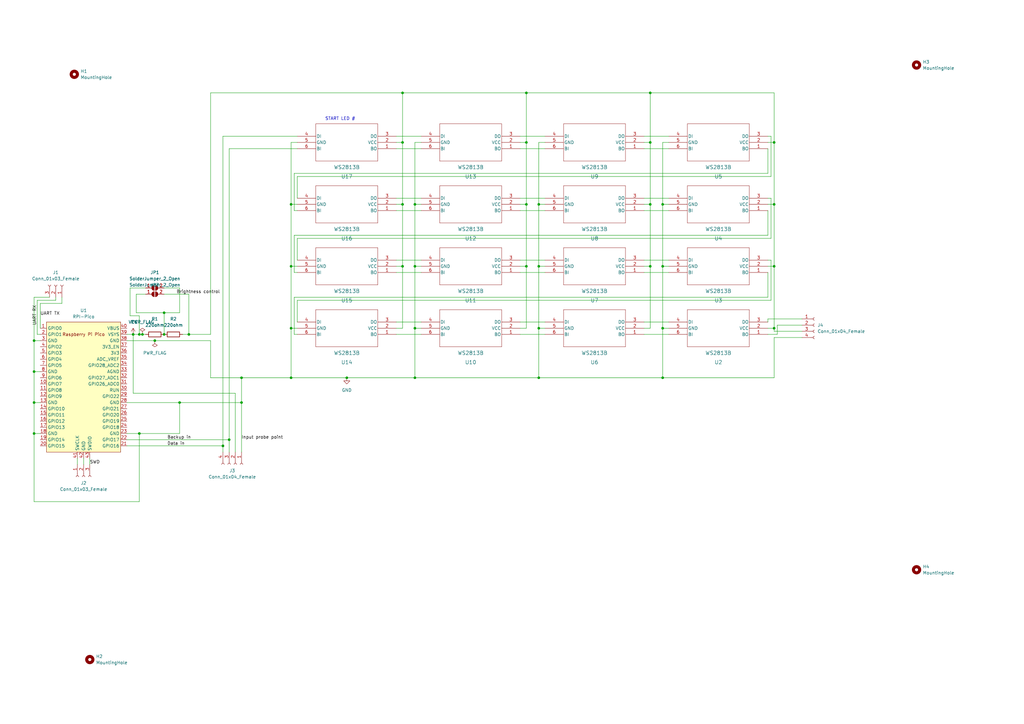
<source format=kicad_sch>
(kicad_sch (version 20211123) (generator eeschema)

  (uuid 6c267c3a-1471-4280-91f5-8857053414bb)

  (paper "A3")

  (title_block
    (title "LED pannel")
    (date "2023-11-11")
    (rev "0")
  )

  (lib_symbols
    (symbol "601000200:601000200" (pin_names (offset 0.254)) (in_bom yes) (on_board yes)
      (property "Reference" "U" (id 0) (at 20.32 10.16 0)
        (effects (font (size 1.524 1.524)))
      )
      (property "Value" "601000200" (id 1) (at 20.32 7.62 0)
        (effects (font (size 1.524 1.524)))
      )
      (property "Footprint" "DFN6_601000_SEE" (id 2) (at 0 0 0)
        (effects (font (size 1.27 1.27) italic) hide)
      )
      (property "Datasheet" "601000200" (id 3) (at 0 0 0)
        (effects (font (size 1.27 1.27) italic) hide)
      )
      (property "ki_locked" "" (id 4) (at 0 0 0)
        (effects (font (size 1.27 1.27)))
      )
      (property "ki_keywords" "601000200" (id 5) (at 0 0 0)
        (effects (font (size 1.27 1.27)) hide)
      )
      (property "ki_fp_filters" "DFN6_601000_SEE DFN6_601000_SEE-M DFN6_601000_SEE-L" (id 6) (at 0 0 0)
        (effects (font (size 1.27 1.27)) hide)
      )
      (symbol "601000200_0_1"
        (polyline
          (pts
            (xy 7.62 -10.16)
            (xy 33.02 -10.16)
          )
          (stroke (width 0.127) (type default) (color 0 0 0 0))
          (fill (type none))
        )
        (polyline
          (pts
            (xy 7.62 5.08)
            (xy 7.62 -10.16)
          )
          (stroke (width 0.127) (type default) (color 0 0 0 0))
          (fill (type none))
        )
        (polyline
          (pts
            (xy 33.02 -10.16)
            (xy 33.02 5.08)
          )
          (stroke (width 0.127) (type default) (color 0 0 0 0))
          (fill (type none))
        )
        (polyline
          (pts
            (xy 33.02 5.08)
            (xy 7.62 5.08)
          )
          (stroke (width 0.127) (type default) (color 0 0 0 0))
          (fill (type none))
        )
        (pin output line (at 0 0 0) (length 7.62)
          (name "BO" (effects (font (size 1.27 1.27))))
          (number "1" (effects (font (size 1.27 1.27))))
        )
        (pin power_in line (at 0 -2.54 0) (length 7.62)
          (name "VCC" (effects (font (size 1.27 1.27))))
          (number "2" (effects (font (size 1.27 1.27))))
        )
        (pin output line (at 0 -5.08 0) (length 7.62)
          (name "DO" (effects (font (size 1.27 1.27))))
          (number "3" (effects (font (size 1.27 1.27))))
        )
        (pin input line (at 40.64 -5.08 180) (length 7.62)
          (name "DI" (effects (font (size 1.27 1.27))))
          (number "4" (effects (font (size 1.27 1.27))))
        )
        (pin power_out line (at 40.64 -2.54 180) (length 7.62)
          (name "GND" (effects (font (size 1.27 1.27))))
          (number "5" (effects (font (size 1.27 1.27))))
        )
        (pin input line (at 40.64 0 180) (length 7.62)
          (name "BI" (effects (font (size 1.27 1.27))))
          (number "6" (effects (font (size 1.27 1.27))))
        )
      )
    )
    (symbol "Connector:Conn_01x03_Female" (pin_names (offset 1.016) hide) (in_bom yes) (on_board yes)
      (property "Reference" "J" (id 0) (at 0 5.08 0)
        (effects (font (size 1.27 1.27)))
      )
      (property "Value" "Conn_01x03_Female" (id 1) (at 0 -5.08 0)
        (effects (font (size 1.27 1.27)))
      )
      (property "Footprint" "" (id 2) (at 0 0 0)
        (effects (font (size 1.27 1.27)) hide)
      )
      (property "Datasheet" "~" (id 3) (at 0 0 0)
        (effects (font (size 1.27 1.27)) hide)
      )
      (property "ki_keywords" "connector" (id 4) (at 0 0 0)
        (effects (font (size 1.27 1.27)) hide)
      )
      (property "ki_description" "Generic connector, single row, 01x03, script generated (kicad-library-utils/schlib/autogen/connector/)" (id 5) (at 0 0 0)
        (effects (font (size 1.27 1.27)) hide)
      )
      (property "ki_fp_filters" "Connector*:*_1x??_*" (id 6) (at 0 0 0)
        (effects (font (size 1.27 1.27)) hide)
      )
      (symbol "Conn_01x03_Female_1_1"
        (arc (start 0 -2.032) (mid -0.508 -2.54) (end 0 -3.048)
          (stroke (width 0.1524) (type default) (color 0 0 0 0))
          (fill (type none))
        )
        (polyline
          (pts
            (xy -1.27 -2.54)
            (xy -0.508 -2.54)
          )
          (stroke (width 0.1524) (type default) (color 0 0 0 0))
          (fill (type none))
        )
        (polyline
          (pts
            (xy -1.27 0)
            (xy -0.508 0)
          )
          (stroke (width 0.1524) (type default) (color 0 0 0 0))
          (fill (type none))
        )
        (polyline
          (pts
            (xy -1.27 2.54)
            (xy -0.508 2.54)
          )
          (stroke (width 0.1524) (type default) (color 0 0 0 0))
          (fill (type none))
        )
        (arc (start 0 0.508) (mid -0.508 0) (end 0 -0.508)
          (stroke (width 0.1524) (type default) (color 0 0 0 0))
          (fill (type none))
        )
        (arc (start 0 3.048) (mid -0.508 2.54) (end 0 2.032)
          (stroke (width 0.1524) (type default) (color 0 0 0 0))
          (fill (type none))
        )
        (pin passive line (at -5.08 2.54 0) (length 3.81)
          (name "Pin_1" (effects (font (size 1.27 1.27))))
          (number "1" (effects (font (size 1.27 1.27))))
        )
        (pin passive line (at -5.08 0 0) (length 3.81)
          (name "Pin_2" (effects (font (size 1.27 1.27))))
          (number "2" (effects (font (size 1.27 1.27))))
        )
        (pin passive line (at -5.08 -2.54 0) (length 3.81)
          (name "Pin_3" (effects (font (size 1.27 1.27))))
          (number "3" (effects (font (size 1.27 1.27))))
        )
      )
    )
    (symbol "Connector:Conn_01x04_Female" (pin_names (offset 1.016) hide) (in_bom yes) (on_board yes)
      (property "Reference" "J" (id 0) (at 0 5.08 0)
        (effects (font (size 1.27 1.27)))
      )
      (property "Value" "Conn_01x04_Female" (id 1) (at 0 -7.62 0)
        (effects (font (size 1.27 1.27)))
      )
      (property "Footprint" "" (id 2) (at 0 0 0)
        (effects (font (size 1.27 1.27)) hide)
      )
      (property "Datasheet" "~" (id 3) (at 0 0 0)
        (effects (font (size 1.27 1.27)) hide)
      )
      (property "ki_keywords" "connector" (id 4) (at 0 0 0)
        (effects (font (size 1.27 1.27)) hide)
      )
      (property "ki_description" "Generic connector, single row, 01x04, script generated (kicad-library-utils/schlib/autogen/connector/)" (id 5) (at 0 0 0)
        (effects (font (size 1.27 1.27)) hide)
      )
      (property "ki_fp_filters" "Connector*:*_1x??_*" (id 6) (at 0 0 0)
        (effects (font (size 1.27 1.27)) hide)
      )
      (symbol "Conn_01x04_Female_1_1"
        (arc (start 0 -4.572) (mid -0.508 -5.08) (end 0 -5.588)
          (stroke (width 0.1524) (type default) (color 0 0 0 0))
          (fill (type none))
        )
        (arc (start 0 -2.032) (mid -0.508 -2.54) (end 0 -3.048)
          (stroke (width 0.1524) (type default) (color 0 0 0 0))
          (fill (type none))
        )
        (polyline
          (pts
            (xy -1.27 -5.08)
            (xy -0.508 -5.08)
          )
          (stroke (width 0.1524) (type default) (color 0 0 0 0))
          (fill (type none))
        )
        (polyline
          (pts
            (xy -1.27 -2.54)
            (xy -0.508 -2.54)
          )
          (stroke (width 0.1524) (type default) (color 0 0 0 0))
          (fill (type none))
        )
        (polyline
          (pts
            (xy -1.27 0)
            (xy -0.508 0)
          )
          (stroke (width 0.1524) (type default) (color 0 0 0 0))
          (fill (type none))
        )
        (polyline
          (pts
            (xy -1.27 2.54)
            (xy -0.508 2.54)
          )
          (stroke (width 0.1524) (type default) (color 0 0 0 0))
          (fill (type none))
        )
        (arc (start 0 0.508) (mid -0.508 0) (end 0 -0.508)
          (stroke (width 0.1524) (type default) (color 0 0 0 0))
          (fill (type none))
        )
        (arc (start 0 3.048) (mid -0.508 2.54) (end 0 2.032)
          (stroke (width 0.1524) (type default) (color 0 0 0 0))
          (fill (type none))
        )
        (pin passive line (at -5.08 2.54 0) (length 3.81)
          (name "Pin_1" (effects (font (size 1.27 1.27))))
          (number "1" (effects (font (size 1.27 1.27))))
        )
        (pin passive line (at -5.08 0 0) (length 3.81)
          (name "Pin_2" (effects (font (size 1.27 1.27))))
          (number "2" (effects (font (size 1.27 1.27))))
        )
        (pin passive line (at -5.08 -2.54 0) (length 3.81)
          (name "Pin_3" (effects (font (size 1.27 1.27))))
          (number "3" (effects (font (size 1.27 1.27))))
        )
        (pin passive line (at -5.08 -5.08 0) (length 3.81)
          (name "Pin_4" (effects (font (size 1.27 1.27))))
          (number "4" (effects (font (size 1.27 1.27))))
        )
      )
    )
    (symbol "Device:R" (pin_numbers hide) (pin_names (offset 0)) (in_bom yes) (on_board yes)
      (property "Reference" "R" (id 0) (at 2.032 0 90)
        (effects (font (size 1.27 1.27)))
      )
      (property "Value" "R" (id 1) (at 0 0 90)
        (effects (font (size 1.27 1.27)))
      )
      (property "Footprint" "" (id 2) (at -1.778 0 90)
        (effects (font (size 1.27 1.27)) hide)
      )
      (property "Datasheet" "~" (id 3) (at 0 0 0)
        (effects (font (size 1.27 1.27)) hide)
      )
      (property "ki_keywords" "R res resistor" (id 4) (at 0 0 0)
        (effects (font (size 1.27 1.27)) hide)
      )
      (property "ki_description" "Resistor" (id 5) (at 0 0 0)
        (effects (font (size 1.27 1.27)) hide)
      )
      (property "ki_fp_filters" "R_*" (id 6) (at 0 0 0)
        (effects (font (size 1.27 1.27)) hide)
      )
      (symbol "R_0_1"
        (rectangle (start -1.016 -2.54) (end 1.016 2.54)
          (stroke (width 0.254) (type default) (color 0 0 0 0))
          (fill (type none))
        )
      )
      (symbol "R_1_1"
        (pin passive line (at 0 3.81 270) (length 1.27)
          (name "~" (effects (font (size 1.27 1.27))))
          (number "1" (effects (font (size 1.27 1.27))))
        )
        (pin passive line (at 0 -3.81 90) (length 1.27)
          (name "~" (effects (font (size 1.27 1.27))))
          (number "2" (effects (font (size 1.27 1.27))))
        )
      )
    )
    (symbol "Jumper:SolderJumper_2_Open" (pin_names (offset 0) hide) (in_bom yes) (on_board yes)
      (property "Reference" "JP" (id 0) (at 0 2.032 0)
        (effects (font (size 1.27 1.27)))
      )
      (property "Value" "SolderJumper_2_Open" (id 1) (at 0 -2.54 0)
        (effects (font (size 1.27 1.27)))
      )
      (property "Footprint" "" (id 2) (at 0 0 0)
        (effects (font (size 1.27 1.27)) hide)
      )
      (property "Datasheet" "~" (id 3) (at 0 0 0)
        (effects (font (size 1.27 1.27)) hide)
      )
      (property "ki_keywords" "solder jumper SPST" (id 4) (at 0 0 0)
        (effects (font (size 1.27 1.27)) hide)
      )
      (property "ki_description" "Solder Jumper, 2-pole, open" (id 5) (at 0 0 0)
        (effects (font (size 1.27 1.27)) hide)
      )
      (property "ki_fp_filters" "SolderJumper*Open*" (id 6) (at 0 0 0)
        (effects (font (size 1.27 1.27)) hide)
      )
      (symbol "SolderJumper_2_Open_0_1"
        (arc (start -0.254 1.016) (mid -1.27 0) (end -0.254 -1.016)
          (stroke (width 0) (type default) (color 0 0 0 0))
          (fill (type none))
        )
        (arc (start -0.254 1.016) (mid -1.27 0) (end -0.254 -1.016)
          (stroke (width 0) (type default) (color 0 0 0 0))
          (fill (type outline))
        )
        (polyline
          (pts
            (xy -0.254 1.016)
            (xy -0.254 -1.016)
          )
          (stroke (width 0) (type default) (color 0 0 0 0))
          (fill (type none))
        )
        (polyline
          (pts
            (xy 0.254 1.016)
            (xy 0.254 -1.016)
          )
          (stroke (width 0) (type default) (color 0 0 0 0))
          (fill (type none))
        )
        (arc (start 0.254 -1.016) (mid 1.27 0) (end 0.254 1.016)
          (stroke (width 0) (type default) (color 0 0 0 0))
          (fill (type none))
        )
        (arc (start 0.254 -1.016) (mid 1.27 0) (end 0.254 1.016)
          (stroke (width 0) (type default) (color 0 0 0 0))
          (fill (type outline))
        )
      )
      (symbol "SolderJumper_2_Open_1_1"
        (pin passive line (at -3.81 0 0) (length 2.54)
          (name "A" (effects (font (size 1.27 1.27))))
          (number "1" (effects (font (size 1.27 1.27))))
        )
        (pin passive line (at 3.81 0 180) (length 2.54)
          (name "B" (effects (font (size 1.27 1.27))))
          (number "2" (effects (font (size 1.27 1.27))))
        )
      )
    )
    (symbol "MCU_RaspberryPi_and_Boards:Pico" (in_bom yes) (on_board yes)
      (property "Reference" "U" (id 0) (at -13.97 27.94 0)
        (effects (font (size 1.27 1.27)))
      )
      (property "Value" "Pico" (id 1) (at 0 19.05 0)
        (effects (font (size 1.27 1.27)))
      )
      (property "Footprint" "RPi_Pico:RPi_Pico_SMD_TH" (id 2) (at 0 0 90)
        (effects (font (size 1.27 1.27)) hide)
      )
      (property "Datasheet" "" (id 3) (at 0 0 0)
        (effects (font (size 1.27 1.27)) hide)
      )
      (symbol "Pico_0_0"
        (text "Raspberry Pi Pico" (at 0 21.59 0)
          (effects (font (size 1.27 1.27)))
        )
      )
      (symbol "Pico_0_1"
        (rectangle (start -15.24 26.67) (end 15.24 -26.67)
          (stroke (width 0) (type default) (color 0 0 0 0))
          (fill (type background))
        )
      )
      (symbol "Pico_1_1"
        (pin bidirectional line (at -17.78 24.13 0) (length 2.54)
          (name "GPIO0" (effects (font (size 1.27 1.27))))
          (number "1" (effects (font (size 1.27 1.27))))
        )
        (pin bidirectional line (at -17.78 1.27 0) (length 2.54)
          (name "GPIO7" (effects (font (size 1.27 1.27))))
          (number "10" (effects (font (size 1.27 1.27))))
        )
        (pin bidirectional line (at -17.78 -1.27 0) (length 2.54)
          (name "GPIO8" (effects (font (size 1.27 1.27))))
          (number "11" (effects (font (size 1.27 1.27))))
        )
        (pin bidirectional line (at -17.78 -3.81 0) (length 2.54)
          (name "GPIO9" (effects (font (size 1.27 1.27))))
          (number "12" (effects (font (size 1.27 1.27))))
        )
        (pin power_in line (at -17.78 -6.35 0) (length 2.54)
          (name "GND" (effects (font (size 1.27 1.27))))
          (number "13" (effects (font (size 1.27 1.27))))
        )
        (pin bidirectional line (at -17.78 -8.89 0) (length 2.54)
          (name "GPIO10" (effects (font (size 1.27 1.27))))
          (number "14" (effects (font (size 1.27 1.27))))
        )
        (pin bidirectional line (at -17.78 -11.43 0) (length 2.54)
          (name "GPIO11" (effects (font (size 1.27 1.27))))
          (number "15" (effects (font (size 1.27 1.27))))
        )
        (pin bidirectional line (at -17.78 -13.97 0) (length 2.54)
          (name "GPIO12" (effects (font (size 1.27 1.27))))
          (number "16" (effects (font (size 1.27 1.27))))
        )
        (pin bidirectional line (at -17.78 -16.51 0) (length 2.54)
          (name "GPIO13" (effects (font (size 1.27 1.27))))
          (number "17" (effects (font (size 1.27 1.27))))
        )
        (pin power_in line (at -17.78 -19.05 0) (length 2.54)
          (name "GND" (effects (font (size 1.27 1.27))))
          (number "18" (effects (font (size 1.27 1.27))))
        )
        (pin bidirectional line (at -17.78 -21.59 0) (length 2.54)
          (name "GPIO14" (effects (font (size 1.27 1.27))))
          (number "19" (effects (font (size 1.27 1.27))))
        )
        (pin bidirectional line (at -17.78 21.59 0) (length 2.54)
          (name "GPIO1" (effects (font (size 1.27 1.27))))
          (number "2" (effects (font (size 1.27 1.27))))
        )
        (pin bidirectional line (at -17.78 -24.13 0) (length 2.54)
          (name "GPIO15" (effects (font (size 1.27 1.27))))
          (number "20" (effects (font (size 1.27 1.27))))
        )
        (pin bidirectional line (at 17.78 -24.13 180) (length 2.54)
          (name "GPIO16" (effects (font (size 1.27 1.27))))
          (number "21" (effects (font (size 1.27 1.27))))
        )
        (pin bidirectional line (at 17.78 -21.59 180) (length 2.54)
          (name "GPIO17" (effects (font (size 1.27 1.27))))
          (number "22" (effects (font (size 1.27 1.27))))
        )
        (pin power_in line (at 17.78 -19.05 180) (length 2.54)
          (name "GND" (effects (font (size 1.27 1.27))))
          (number "23" (effects (font (size 1.27 1.27))))
        )
        (pin bidirectional line (at 17.78 -16.51 180) (length 2.54)
          (name "GPIO18" (effects (font (size 1.27 1.27))))
          (number "24" (effects (font (size 1.27 1.27))))
        )
        (pin bidirectional line (at 17.78 -13.97 180) (length 2.54)
          (name "GPIO19" (effects (font (size 1.27 1.27))))
          (number "25" (effects (font (size 1.27 1.27))))
        )
        (pin bidirectional line (at 17.78 -11.43 180) (length 2.54)
          (name "GPIO20" (effects (font (size 1.27 1.27))))
          (number "26" (effects (font (size 1.27 1.27))))
        )
        (pin bidirectional line (at 17.78 -8.89 180) (length 2.54)
          (name "GPIO21" (effects (font (size 1.27 1.27))))
          (number "27" (effects (font (size 1.27 1.27))))
        )
        (pin power_in line (at 17.78 -6.35 180) (length 2.54)
          (name "GND" (effects (font (size 1.27 1.27))))
          (number "28" (effects (font (size 1.27 1.27))))
        )
        (pin bidirectional line (at 17.78 -3.81 180) (length 2.54)
          (name "GPIO22" (effects (font (size 1.27 1.27))))
          (number "29" (effects (font (size 1.27 1.27))))
        )
        (pin power_in line (at -17.78 19.05 0) (length 2.54)
          (name "GND" (effects (font (size 1.27 1.27))))
          (number "3" (effects (font (size 1.27 1.27))))
        )
        (pin input line (at 17.78 -1.27 180) (length 2.54)
          (name "RUN" (effects (font (size 1.27 1.27))))
          (number "30" (effects (font (size 1.27 1.27))))
        )
        (pin bidirectional line (at 17.78 1.27 180) (length 2.54)
          (name "GPIO26_ADC0" (effects (font (size 1.27 1.27))))
          (number "31" (effects (font (size 1.27 1.27))))
        )
        (pin bidirectional line (at 17.78 3.81 180) (length 2.54)
          (name "GPIO27_ADC1" (effects (font (size 1.27 1.27))))
          (number "32" (effects (font (size 1.27 1.27))))
        )
        (pin power_in line (at 17.78 6.35 180) (length 2.54)
          (name "AGND" (effects (font (size 1.27 1.27))))
          (number "33" (effects (font (size 1.27 1.27))))
        )
        (pin bidirectional line (at 17.78 8.89 180) (length 2.54)
          (name "GPIO28_ADC2" (effects (font (size 1.27 1.27))))
          (number "34" (effects (font (size 1.27 1.27))))
        )
        (pin power_in line (at 17.78 11.43 180) (length 2.54)
          (name "ADC_VREF" (effects (font (size 1.27 1.27))))
          (number "35" (effects (font (size 1.27 1.27))))
        )
        (pin power_in line (at 17.78 13.97 180) (length 2.54)
          (name "3V3" (effects (font (size 1.27 1.27))))
          (number "36" (effects (font (size 1.27 1.27))))
        )
        (pin input line (at 17.78 16.51 180) (length 2.54)
          (name "3V3_EN" (effects (font (size 1.27 1.27))))
          (number "37" (effects (font (size 1.27 1.27))))
        )
        (pin bidirectional line (at 17.78 19.05 180) (length 2.54)
          (name "GND" (effects (font (size 1.27 1.27))))
          (number "38" (effects (font (size 1.27 1.27))))
        )
        (pin power_in line (at 17.78 21.59 180) (length 2.54)
          (name "VSYS" (effects (font (size 1.27 1.27))))
          (number "39" (effects (font (size 1.27 1.27))))
        )
        (pin bidirectional line (at -17.78 16.51 0) (length 2.54)
          (name "GPIO2" (effects (font (size 1.27 1.27))))
          (number "4" (effects (font (size 1.27 1.27))))
        )
        (pin power_in line (at 17.78 24.13 180) (length 2.54)
          (name "VBUS" (effects (font (size 1.27 1.27))))
          (number "40" (effects (font (size 1.27 1.27))))
        )
        (pin input line (at -2.54 -29.21 90) (length 2.54)
          (name "SWCLK" (effects (font (size 1.27 1.27))))
          (number "41" (effects (font (size 1.27 1.27))))
        )
        (pin power_in line (at 0 -29.21 90) (length 2.54)
          (name "GND" (effects (font (size 1.27 1.27))))
          (number "42" (effects (font (size 1.27 1.27))))
        )
        (pin bidirectional line (at 2.54 -29.21 90) (length 2.54)
          (name "SWDIO" (effects (font (size 1.27 1.27))))
          (number "43" (effects (font (size 1.27 1.27))))
        )
        (pin bidirectional line (at -17.78 13.97 0) (length 2.54)
          (name "GPIO3" (effects (font (size 1.27 1.27))))
          (number "5" (effects (font (size 1.27 1.27))))
        )
        (pin bidirectional line (at -17.78 11.43 0) (length 2.54)
          (name "GPIO4" (effects (font (size 1.27 1.27))))
          (number "6" (effects (font (size 1.27 1.27))))
        )
        (pin bidirectional line (at -17.78 8.89 0) (length 2.54)
          (name "GPIO5" (effects (font (size 1.27 1.27))))
          (number "7" (effects (font (size 1.27 1.27))))
        )
        (pin power_in line (at -17.78 6.35 0) (length 2.54)
          (name "GND" (effects (font (size 1.27 1.27))))
          (number "8" (effects (font (size 1.27 1.27))))
        )
        (pin bidirectional line (at -17.78 3.81 0) (length 2.54)
          (name "GPIO6" (effects (font (size 1.27 1.27))))
          (number "9" (effects (font (size 1.27 1.27))))
        )
      )
    )
    (symbol "Mechanical:MountingHole" (pin_names (offset 1.016)) (in_bom yes) (on_board yes)
      (property "Reference" "H" (id 0) (at 0 5.08 0)
        (effects (font (size 1.27 1.27)))
      )
      (property "Value" "MountingHole" (id 1) (at 0 3.175 0)
        (effects (font (size 1.27 1.27)))
      )
      (property "Footprint" "" (id 2) (at 0 0 0)
        (effects (font (size 1.27 1.27)) hide)
      )
      (property "Datasheet" "~" (id 3) (at 0 0 0)
        (effects (font (size 1.27 1.27)) hide)
      )
      (property "ki_keywords" "mounting hole" (id 4) (at 0 0 0)
        (effects (font (size 1.27 1.27)) hide)
      )
      (property "ki_description" "Mounting Hole without connection" (id 5) (at 0 0 0)
        (effects (font (size 1.27 1.27)) hide)
      )
      (property "ki_fp_filters" "MountingHole*" (id 6) (at 0 0 0)
        (effects (font (size 1.27 1.27)) hide)
      )
      (symbol "MountingHole_0_1"
        (circle (center 0 0) (radius 1.27)
          (stroke (width 1.27) (type default) (color 0 0 0 0))
          (fill (type none))
        )
      )
    )
    (symbol "power:GND" (power) (pin_names (offset 0)) (in_bom yes) (on_board yes)
      (property "Reference" "#PWR" (id 0) (at 0 -6.35 0)
        (effects (font (size 1.27 1.27)) hide)
      )
      (property "Value" "GND" (id 1) (at 0 -3.81 0)
        (effects (font (size 1.27 1.27)))
      )
      (property "Footprint" "" (id 2) (at 0 0 0)
        (effects (font (size 1.27 1.27)) hide)
      )
      (property "Datasheet" "" (id 3) (at 0 0 0)
        (effects (font (size 1.27 1.27)) hide)
      )
      (property "ki_keywords" "power-flag" (id 4) (at 0 0 0)
        (effects (font (size 1.27 1.27)) hide)
      )
      (property "ki_description" "Power symbol creates a global label with name \"GND\" , ground" (id 5) (at 0 0 0)
        (effects (font (size 1.27 1.27)) hide)
      )
      (symbol "GND_0_1"
        (polyline
          (pts
            (xy 0 0)
            (xy 0 -1.27)
            (xy 1.27 -1.27)
            (xy 0 -2.54)
            (xy -1.27 -1.27)
            (xy 0 -1.27)
          )
          (stroke (width 0) (type default) (color 0 0 0 0))
          (fill (type none))
        )
      )
      (symbol "GND_1_1"
        (pin power_in line (at 0 0 270) (length 0) hide
          (name "GND" (effects (font (size 1.27 1.27))))
          (number "1" (effects (font (size 1.27 1.27))))
        )
      )
    )
    (symbol "power:PWR_FLAG" (power) (pin_numbers hide) (pin_names (offset 0) hide) (in_bom yes) (on_board yes)
      (property "Reference" "#FLG" (id 0) (at 0 1.905 0)
        (effects (font (size 1.27 1.27)) hide)
      )
      (property "Value" "PWR_FLAG" (id 1) (at 0 3.81 0)
        (effects (font (size 1.27 1.27)))
      )
      (property "Footprint" "" (id 2) (at 0 0 0)
        (effects (font (size 1.27 1.27)) hide)
      )
      (property "Datasheet" "~" (id 3) (at 0 0 0)
        (effects (font (size 1.27 1.27)) hide)
      )
      (property "ki_keywords" "power-flag" (id 4) (at 0 0 0)
        (effects (font (size 1.27 1.27)) hide)
      )
      (property "ki_description" "Special symbol for telling ERC where power comes from" (id 5) (at 0 0 0)
        (effects (font (size 1.27 1.27)) hide)
      )
      (symbol "PWR_FLAG_0_0"
        (pin power_out line (at 0 0 90) (length 0)
          (name "pwr" (effects (font (size 1.27 1.27))))
          (number "1" (effects (font (size 1.27 1.27))))
        )
      )
      (symbol "PWR_FLAG_0_1"
        (polyline
          (pts
            (xy 0 0)
            (xy 0 1.27)
            (xy -1.016 1.905)
            (xy 0 2.54)
            (xy 1.016 1.905)
            (xy 0 1.27)
          )
          (stroke (width 0) (type default) (color 0 0 0 0))
          (fill (type none))
        )
      )
    )
    (symbol "power:VCC" (power) (pin_names (offset 0)) (in_bom yes) (on_board yes)
      (property "Reference" "#PWR" (id 0) (at 0 -3.81 0)
        (effects (font (size 1.27 1.27)) hide)
      )
      (property "Value" "VCC" (id 1) (at 0 3.81 0)
        (effects (font (size 1.27 1.27)))
      )
      (property "Footprint" "" (id 2) (at 0 0 0)
        (effects (font (size 1.27 1.27)) hide)
      )
      (property "Datasheet" "" (id 3) (at 0 0 0)
        (effects (font (size 1.27 1.27)) hide)
      )
      (property "ki_keywords" "power-flag" (id 4) (at 0 0 0)
        (effects (font (size 1.27 1.27)) hide)
      )
      (property "ki_description" "Power symbol creates a global label with name \"VCC\"" (id 5) (at 0 0 0)
        (effects (font (size 1.27 1.27)) hide)
      )
      (symbol "VCC_0_1"
        (polyline
          (pts
            (xy -0.762 1.27)
            (xy 0 2.54)
          )
          (stroke (width 0) (type default) (color 0 0 0 0))
          (fill (type none))
        )
        (polyline
          (pts
            (xy 0 0)
            (xy 0 2.54)
          )
          (stroke (width 0) (type default) (color 0 0 0 0))
          (fill (type none))
        )
        (polyline
          (pts
            (xy 0 2.54)
            (xy 0.762 1.27)
          )
          (stroke (width 0) (type default) (color 0 0 0 0))
          (fill (type none))
        )
      )
      (symbol "VCC_1_1"
        (pin power_in line (at 0 0 90) (length 0) hide
          (name "VCC" (effects (font (size 1.27 1.27))))
          (number "1" (effects (font (size 1.27 1.27))))
        )
      )
    )
  )

  (junction (at 63.5 139.7) (diameter 0) (color 0 0 0 0)
    (uuid 03562814-cab1-4df5-9698-9c9467c8add9)
  )
  (junction (at 13.97 139.7) (diameter 0) (color 0 0 0 0)
    (uuid 083354e0-eef7-49f9-bafa-3290122e6edb)
  )
  (junction (at 220.98 109.22) (diameter 0) (color 0 0 0 0)
    (uuid 0db43a42-0eb3-4ae3-8581-89c089a83cde)
  )
  (junction (at 271.78 154.94) (diameter 0) (color 0 0 0 0)
    (uuid 11e73e2b-f01e-4ff2-88e3-6265958de976)
  )
  (junction (at 170.18 83.82) (diameter 0) (color 0 0 0 0)
    (uuid 15b6317f-12b1-4cb3-aab9-a40e4ed8f352)
  )
  (junction (at 220.98 134.62) (diameter 0) (color 0 0 0 0)
    (uuid 180d09ad-78fe-4866-ab9a-e4b73ca7cc06)
  )
  (junction (at 13.97 177.8) (diameter 0) (color 0 0 0 0)
    (uuid 18c0678c-839d-46e3-bb8c-4e1c880ea14d)
  )
  (junction (at 165.1 109.22) (diameter 0) (color 0 0 0 0)
    (uuid 2403b912-0a98-476a-ae36-7cff4c7acaff)
  )
  (junction (at 13.97 152.4) (diameter 0) (color 0 0 0 0)
    (uuid 2721417b-3dc4-4282-80b3-8504b6829341)
  )
  (junction (at 119.38 109.22) (diameter 0) (color 0 0 0 0)
    (uuid 2c776d29-d221-4621-a313-1fb84bee9ca7)
  )
  (junction (at 165.1 38.1) (diameter 0) (color 0 0 0 0)
    (uuid 42013d72-b7d4-43af-a99f-6427afca5eb4)
  )
  (junction (at 266.7 109.22) (diameter 0) (color 0 0 0 0)
    (uuid 4e46759b-018d-4e77-9e6e-0b699d63ff80)
  )
  (junction (at 220.98 154.94) (diameter 0) (color 0 0 0 0)
    (uuid 517f51a2-9109-4914-919d-08b37f288c3e)
  )
  (junction (at 215.9 83.82) (diameter 0) (color 0 0 0 0)
    (uuid 561fbf13-0b0d-4eb2-a199-4eb71c428f14)
  )
  (junction (at 317.5 109.22) (diameter 0) (color 0 0 0 0)
    (uuid 606a808a-cac4-41cf-ae96-aaa0f6428aef)
  )
  (junction (at 93.98 180.34) (diameter 0) (color 0 0 0 0)
    (uuid 651a0080-5a87-4390-b431-18b614f8e5f7)
  )
  (junction (at 99.06 154.94) (diameter 0) (color 0 0 0 0)
    (uuid 68e10819-2a43-477d-b3e6-58b8e7f788c3)
  )
  (junction (at 142.24 154.94) (diameter 0) (color 0 0 0 0)
    (uuid 6a894053-648d-42fa-9797-311a3e384dc4)
  )
  (junction (at 266.7 38.1) (diameter 0) (color 0 0 0 0)
    (uuid 6d14b37c-b63c-4ad1-b5be-45cef00df982)
  )
  (junction (at 67.31 128.27) (diameter 0) (color 0 0 0 0)
    (uuid 6f9b9654-6adc-4b6b-9635-25c42e2c922c)
  )
  (junction (at 266.7 83.82) (diameter 0) (color 0 0 0 0)
    (uuid 70d7db02-bd83-4d25-bca6-7cd7454bb3e7)
  )
  (junction (at 170.18 109.22) (diameter 0) (color 0 0 0 0)
    (uuid 732f6e91-9d8b-4659-8f37-1f3901e9482d)
  )
  (junction (at 215.9 58.42) (diameter 0) (color 0 0 0 0)
    (uuid 7d2cfe08-31fe-40f9-91bc-f117eef4e3f3)
  )
  (junction (at 57.15 137.16) (diameter 0) (color 0 0 0 0)
    (uuid 7f1c0fb2-79a4-4524-9fc0-3d4d21026acb)
  )
  (junction (at 119.38 154.94) (diameter 0) (color 0 0 0 0)
    (uuid 8298b2a8-edb5-48f3-86e3-5962c7c0cc81)
  )
  (junction (at 271.78 83.82) (diameter 0) (color 0 0 0 0)
    (uuid 85eb0b00-edb5-4367-81d5-768620b8bf31)
  )
  (junction (at 67.31 137.16) (diameter 0) (color 0 0 0 0)
    (uuid 89f9177a-8a48-4296-ba2b-b3b0fa4f8327)
  )
  (junction (at 99.06 165.1) (diameter 0) (color 0 0 0 0)
    (uuid 8de5f068-4e0e-40a3-81bc-5d5fac7b8b84)
  )
  (junction (at 73.66 165.1) (diameter 0) (color 0 0 0 0)
    (uuid 900b44fb-6d04-400e-93f6-247372f2dfc1)
  )
  (junction (at 266.7 58.42) (diameter 0) (color 0 0 0 0)
    (uuid 948057d3-87e4-4ff6-90a2-6b3ea033d165)
  )
  (junction (at 58.42 137.16) (diameter 0) (color 0 0 0 0)
    (uuid 961e4fea-9179-4602-b78a-bfa282a3ddb5)
  )
  (junction (at 54.61 137.16) (diameter 0) (color 0 0 0 0)
    (uuid 96cd4e75-d82f-42fd-a3d0-1a9a2704a2a4)
  )
  (junction (at 13.97 165.1) (diameter 0) (color 0 0 0 0)
    (uuid 981bb4b4-8556-415f-aa59-974ddbd12a34)
  )
  (junction (at 119.38 83.82) (diameter 0) (color 0 0 0 0)
    (uuid a504e9d8-ab0f-4e97-80be-2cd58f41bd8c)
  )
  (junction (at 317.5 134.62) (diameter 0) (color 0 0 0 0)
    (uuid a6df5b50-beed-49f7-acd4-8feb7286259f)
  )
  (junction (at 77.47 137.16) (diameter 0) (color 0 0 0 0)
    (uuid adfab30e-9ecc-452c-aea7-7ce2239031eb)
  )
  (junction (at 165.1 58.42) (diameter 0) (color 0 0 0 0)
    (uuid b693611b-4ece-4013-9c99-9ba53087e892)
  )
  (junction (at 215.9 38.1) (diameter 0) (color 0 0 0 0)
    (uuid b9cce2e9-c6e9-4d10-aafb-e4bc3785b243)
  )
  (junction (at 165.1 83.82) (diameter 0) (color 0 0 0 0)
    (uuid baeda30a-ce55-43a4-aa41-2ab0dfbcf4df)
  )
  (junction (at 317.5 83.82) (diameter 0) (color 0 0 0 0)
    (uuid bf197880-2f92-443b-b11a-cb2a65779ce5)
  )
  (junction (at 271.78 109.22) (diameter 0) (color 0 0 0 0)
    (uuid bf1985b5-c203-46ed-b06d-fd01c9a89c50)
  )
  (junction (at 170.18 154.94) (diameter 0) (color 0 0 0 0)
    (uuid c923a005-3b2b-45dc-88f3-7f75ec4d12ce)
  )
  (junction (at 220.98 83.82) (diameter 0) (color 0 0 0 0)
    (uuid dae4176d-dab6-4979-b930-c30942de7d9f)
  )
  (junction (at 119.38 134.62) (diameter 0) (color 0 0 0 0)
    (uuid e587e373-0c17-4067-8701-a60073a8df0f)
  )
  (junction (at 271.78 134.62) (diameter 0) (color 0 0 0 0)
    (uuid e7bd6eb9-f7bc-456a-9468-3fe1992969c3)
  )
  (junction (at 57.15 177.8) (diameter 0) (color 0 0 0 0)
    (uuid eac48563-b770-4b99-9707-a5a5b1289f77)
  )
  (junction (at 91.44 182.88) (diameter 0) (color 0 0 0 0)
    (uuid ebedae13-bebc-4352-871f-e05c158a320c)
  )
  (junction (at 170.18 134.62) (diameter 0) (color 0 0 0 0)
    (uuid ed2612dd-3e69-4d3c-a5e2-ce5a1883d9c6)
  )
  (junction (at 215.9 109.22) (diameter 0) (color 0 0 0 0)
    (uuid ee71c777-bb6c-4311-bf20-38caa9c7aa6d)
  )
  (junction (at 317.5 58.42) (diameter 0) (color 0 0 0 0)
    (uuid ef4851f5-37af-4921-8413-b3eaf24ae1bc)
  )

  (wire (pts (xy 162.56 86.36) (xy 172.72 86.36))
    (stroke (width 0) (type default) (color 0 0 0 0))
    (uuid 01e07562-b340-47f2-bc66-acc1901a1acc)
  )
  (wire (pts (xy 142.24 154.94) (xy 170.18 154.94))
    (stroke (width 0) (type default) (color 0 0 0 0))
    (uuid 02e3d9df-38e5-4f3a-99d9-1be19578f601)
  )
  (wire (pts (xy 170.18 134.62) (xy 170.18 154.94))
    (stroke (width 0) (type default) (color 0 0 0 0))
    (uuid 03d2d5d0-5c51-4250-9cd3-02e928482d87)
  )
  (wire (pts (xy 264.16 106.68) (xy 274.32 106.68))
    (stroke (width 0) (type default) (color 0 0 0 0))
    (uuid 04932c66-28c4-45de-b06e-004173232301)
  )
  (wire (pts (xy 317.5 134.62) (xy 314.96 134.62))
    (stroke (width 0) (type default) (color 0 0 0 0))
    (uuid 05498ada-cb62-4eab-8bbe-7766bdcc3ffa)
  )
  (wire (pts (xy 57.15 137.16) (xy 58.42 137.16))
    (stroke (width 0) (type default) (color 0 0 0 0))
    (uuid 08ff1d2f-02a7-4bea-a82b-cbac7575c3ad)
  )
  (wire (pts (xy 165.1 83.82) (xy 165.1 58.42))
    (stroke (width 0) (type default) (color 0 0 0 0))
    (uuid 0965a166-6a74-4f84-91c4-3900f03be8d0)
  )
  (wire (pts (xy 317.5 138.43) (xy 317.5 154.94))
    (stroke (width 0) (type default) (color 0 0 0 0))
    (uuid 0986bd60-d662-4966-b7b9-1fc2ba76958d)
  )
  (wire (pts (xy 317.5 109.22) (xy 317.5 83.82))
    (stroke (width 0) (type default) (color 0 0 0 0))
    (uuid 09db4796-7f08-47d0-81d5-84213c9fcb59)
  )
  (wire (pts (xy 314.96 55.88) (xy 316.23 55.88))
    (stroke (width 0) (type default) (color 0 0 0 0))
    (uuid 0a704796-a087-4e5e-9691-b506c3382aa8)
  )
  (wire (pts (xy 213.36 81.28) (xy 223.52 81.28))
    (stroke (width 0) (type default) (color 0 0 0 0))
    (uuid 0ab339cd-74e7-4118-aed4-e1b7b98258cb)
  )
  (wire (pts (xy 73.66 177.8) (xy 73.66 165.1))
    (stroke (width 0) (type default) (color 0 0 0 0))
    (uuid 0af06863-1066-4909-af90-d2f2ee5b0fd9)
  )
  (wire (pts (xy 52.07 177.8) (xy 57.15 177.8))
    (stroke (width 0) (type default) (color 0 0 0 0))
    (uuid 0c056621-c8bb-46b5-936b-c7dc841a4ec1)
  )
  (wire (pts (xy 213.36 55.88) (xy 223.52 55.88))
    (stroke (width 0) (type default) (color 0 0 0 0))
    (uuid 0fe80072-710a-4b22-b499-a865cdffe5ae)
  )
  (wire (pts (xy 213.36 111.76) (xy 223.52 111.76))
    (stroke (width 0) (type default) (color 0 0 0 0))
    (uuid 0ffd49db-89eb-431c-8164-ac64fdb72884)
  )
  (wire (pts (xy 121.92 111.76) (xy 120.65 111.76))
    (stroke (width 0) (type default) (color 0 0 0 0))
    (uuid 11bd3e2d-6a27-4440-85e4-99ca8145997a)
  )
  (wire (pts (xy 314.96 58.42) (xy 317.5 58.42))
    (stroke (width 0) (type default) (color 0 0 0 0))
    (uuid 11c430d2-1ac8-49f3-96ab-5a7f1be46a29)
  )
  (wire (pts (xy 96.52 161.29) (xy 54.61 161.29))
    (stroke (width 0) (type default) (color 0 0 0 0))
    (uuid 127cdc27-ae90-4573-9861-b82f60fdf310)
  )
  (wire (pts (xy 271.78 134.62) (xy 271.78 154.94))
    (stroke (width 0) (type default) (color 0 0 0 0))
    (uuid 1668cf66-99eb-4a87-9842-42fa3611cd00)
  )
  (wire (pts (xy 317.5 109.22) (xy 314.96 109.22))
    (stroke (width 0) (type default) (color 0 0 0 0))
    (uuid 168fecf4-9686-49b5-8062-21f5ebcf958a)
  )
  (wire (pts (xy 120.65 137.16) (xy 120.65 121.92))
    (stroke (width 0) (type default) (color 0 0 0 0))
    (uuid 177f0cf4-90a6-48bf-8f0c-9d8953580893)
  )
  (wire (pts (xy 316.23 106.68) (xy 314.96 106.68))
    (stroke (width 0) (type default) (color 0 0 0 0))
    (uuid 19f07260-5751-4402-bc74-8c5ab0e899b7)
  )
  (wire (pts (xy 55.88 120.65) (xy 55.88 128.27))
    (stroke (width 0) (type default) (color 0 0 0 0))
    (uuid 1a6e9e14-e5b9-4347-aba7-72315e224257)
  )
  (wire (pts (xy 266.7 38.1) (xy 266.7 58.42))
    (stroke (width 0) (type default) (color 0 0 0 0))
    (uuid 1c80f417-93b9-4bb1-98d9-9bde99bd041a)
  )
  (wire (pts (xy 13.97 121.92) (xy 20.32 121.92))
    (stroke (width 0) (type default) (color 0 0 0 0))
    (uuid 1e7a867e-f031-4520-bf27-e59457d522b2)
  )
  (wire (pts (xy 165.1 109.22) (xy 165.1 83.82))
    (stroke (width 0) (type default) (color 0 0 0 0))
    (uuid 1ea1e0f2-d1fb-4e77-a2d5-7326b3c04895)
  )
  (wire (pts (xy 55.88 128.27) (xy 67.31 128.27))
    (stroke (width 0) (type default) (color 0 0 0 0))
    (uuid 21eb722c-4286-4de5-9e5c-86137ac33737)
  )
  (wire (pts (xy 13.97 205.74) (xy 57.15 205.74))
    (stroke (width 0) (type default) (color 0 0 0 0))
    (uuid 22574093-bbe5-49ae-8956-f59a0bcb8cd3)
  )
  (wire (pts (xy 77.47 137.16) (xy 77.47 120.65))
    (stroke (width 0) (type default) (color 0 0 0 0))
    (uuid 28cf891c-be12-4fb3-8c9c-404ba3bb0ef1)
  )
  (wire (pts (xy 162.56 134.62) (xy 165.1 134.62))
    (stroke (width 0) (type default) (color 0 0 0 0))
    (uuid 299e28b8-1ccb-4e0c-86a8-bc937d4f16f4)
  )
  (wire (pts (xy 121.92 134.62) (xy 119.38 134.62))
    (stroke (width 0) (type default) (color 0 0 0 0))
    (uuid 2a7f3010-ffb8-4a16-bced-efb0229c300a)
  )
  (wire (pts (xy 53.34 129.54) (xy 57.15 129.54))
    (stroke (width 0) (type default) (color 0 0 0 0))
    (uuid 2ca4c564-2bcb-4d36-ba24-8e45b076e6c4)
  )
  (wire (pts (xy 314.96 96.52) (xy 314.96 86.36))
    (stroke (width 0) (type default) (color 0 0 0 0))
    (uuid 2cfff01e-9e3d-444e-b66a-2fd63f200bbb)
  )
  (wire (pts (xy 162.56 106.68) (xy 172.72 106.68))
    (stroke (width 0) (type default) (color 0 0 0 0))
    (uuid 2d0800c5-1611-433b-9e30-4e0893dd0573)
  )
  (wire (pts (xy 264.16 137.16) (xy 274.32 137.16))
    (stroke (width 0) (type default) (color 0 0 0 0))
    (uuid 2ec033dc-ba87-4f0f-a154-1a14c7f7dc89)
  )
  (wire (pts (xy 13.97 139.7) (xy 16.51 139.7))
    (stroke (width 0) (type default) (color 0 0 0 0))
    (uuid 2fd40b0d-3209-4df3-a80d-80c4f6edc7c0)
  )
  (wire (pts (xy 215.9 109.22) (xy 215.9 83.82))
    (stroke (width 0) (type default) (color 0 0 0 0))
    (uuid 308f641e-ec23-4760-8f56-a7c685fef8e8)
  )
  (wire (pts (xy 328.93 138.43) (xy 317.5 138.43))
    (stroke (width 0) (type default) (color 0 0 0 0))
    (uuid 31822346-cf70-46b4-9798-5a7c9cce5b26)
  )
  (wire (pts (xy 170.18 154.94) (xy 220.98 154.94))
    (stroke (width 0) (type default) (color 0 0 0 0))
    (uuid 32df06c1-d3b6-473f-8edf-86746b3db07d)
  )
  (wire (pts (xy 271.78 109.22) (xy 271.78 134.62))
    (stroke (width 0) (type default) (color 0 0 0 0))
    (uuid 34235a9a-bd89-4258-89ed-2dccf4673d17)
  )
  (wire (pts (xy 220.98 83.82) (xy 220.98 109.22))
    (stroke (width 0) (type default) (color 0 0 0 0))
    (uuid 34f90913-a0af-4bef-a536-65f8947cc230)
  )
  (wire (pts (xy 266.7 38.1) (xy 317.5 38.1))
    (stroke (width 0) (type default) (color 0 0 0 0))
    (uuid 357a789e-20e4-49dd-a336-503423d675d1)
  )
  (wire (pts (xy 271.78 58.42) (xy 271.78 83.82))
    (stroke (width 0) (type default) (color 0 0 0 0))
    (uuid 3718194f-6312-4178-a92d-6a969a704550)
  )
  (wire (pts (xy 274.32 134.62) (xy 271.78 134.62))
    (stroke (width 0) (type default) (color 0 0 0 0))
    (uuid 37857e7a-01b4-4b5e-ad11-7718e7d61c27)
  )
  (wire (pts (xy 316.23 81.28) (xy 314.96 81.28))
    (stroke (width 0) (type default) (color 0 0 0 0))
    (uuid 383e9269-49fd-4b6d-b358-2002b7a802c7)
  )
  (wire (pts (xy 22.86 123.19) (xy 22.86 121.92))
    (stroke (width 0) (type default) (color 0 0 0 0))
    (uuid 3951663e-bc90-4e42-b6ab-4b573d74aecf)
  )
  (wire (pts (xy 220.98 109.22) (xy 223.52 109.22))
    (stroke (width 0) (type default) (color 0 0 0 0))
    (uuid 3a87580f-de62-4250-8f04-c20850249180)
  )
  (wire (pts (xy 264.16 55.88) (xy 274.32 55.88))
    (stroke (width 0) (type default) (color 0 0 0 0))
    (uuid 3ec50ccc-3025-45d9-99a6-94d7572f3bb7)
  )
  (wire (pts (xy 86.36 38.1) (xy 165.1 38.1))
    (stroke (width 0) (type default) (color 0 0 0 0))
    (uuid 3f466aac-337d-4d10-8498-3393a2b6b7fd)
  )
  (wire (pts (xy 220.98 109.22) (xy 220.98 134.62))
    (stroke (width 0) (type default) (color 0 0 0 0))
    (uuid 3f6db339-d215-4046-9905-68e747231411)
  )
  (wire (pts (xy 121.92 137.16) (xy 120.65 137.16))
    (stroke (width 0) (type default) (color 0 0 0 0))
    (uuid 3f9da361-932e-421e-b700-e005a07a6823)
  )
  (wire (pts (xy 73.66 165.1) (xy 99.06 165.1))
    (stroke (width 0) (type default) (color 0 0 0 0))
    (uuid 3fa68326-784f-4cc4-8b7b-a63d7b8e2237)
  )
  (wire (pts (xy 271.78 154.94) (xy 317.5 154.94))
    (stroke (width 0) (type default) (color 0 0 0 0))
    (uuid 3fa77636-ae6d-4565-941e-2a27870b3741)
  )
  (wire (pts (xy 314.96 132.08) (xy 314.96 130.81))
    (stroke (width 0) (type default) (color 0 0 0 0))
    (uuid 4387bce3-0535-4231-967f-d81033e56370)
  )
  (wire (pts (xy 213.36 86.36) (xy 223.52 86.36))
    (stroke (width 0) (type default) (color 0 0 0 0))
    (uuid 45be06f8-8de5-41b2-9b1a-9d5adc3cb23c)
  )
  (wire (pts (xy 99.06 154.94) (xy 99.06 165.1))
    (stroke (width 0) (type default) (color 0 0 0 0))
    (uuid 46c349f5-4b29-403a-b6b5-094e6e53fef5)
  )
  (wire (pts (xy 121.92 72.39) (xy 121.92 81.28))
    (stroke (width 0) (type default) (color 0 0 0 0))
    (uuid 48cdc997-32d8-40a4-8741-9e938d52ec2e)
  )
  (wire (pts (xy 67.31 128.27) (xy 67.31 137.16))
    (stroke (width 0) (type default) (color 0 0 0 0))
    (uuid 49d5afea-ba71-4eae-a38b-02428266adf7)
  )
  (wire (pts (xy 213.36 134.62) (xy 215.9 134.62))
    (stroke (width 0) (type default) (color 0 0 0 0))
    (uuid 4b8b94bb-3278-483a-a7dd-ddb8ab99af9a)
  )
  (wire (pts (xy 213.36 132.08) (xy 223.52 132.08))
    (stroke (width 0) (type default) (color 0 0 0 0))
    (uuid 4c040277-a5be-4237-a801-a3c91fd8b2a5)
  )
  (wire (pts (xy 162.56 58.42) (xy 165.1 58.42))
    (stroke (width 0) (type default) (color 0 0 0 0))
    (uuid 4c378ffd-4bb8-4a56-8c37-70729322f3b0)
  )
  (wire (pts (xy 36.83 190.5) (xy 36.83 187.96))
    (stroke (width 0) (type default) (color 0 0 0 0))
    (uuid 4cb0731e-9c19-4508-baa1-3910d237b063)
  )
  (wire (pts (xy 15.24 123.19) (xy 22.86 123.19))
    (stroke (width 0) (type default) (color 0 0 0 0))
    (uuid 4f9e6bd3-da4e-4a26-89ed-f8b97d15b8b2)
  )
  (wire (pts (xy 215.9 83.82) (xy 215.9 58.42))
    (stroke (width 0) (type default) (color 0 0 0 0))
    (uuid 519c77ec-efa1-4de7-974b-2e1cb7796c90)
  )
  (wire (pts (xy 16.51 134.62) (xy 16.51 124.46))
    (stroke (width 0) (type default) (color 0 0 0 0))
    (uuid 533f278c-c2ea-459f-b895-b532c9d24428)
  )
  (wire (pts (xy 86.36 139.7) (xy 86.36 154.94))
    (stroke (width 0) (type default) (color 0 0 0 0))
    (uuid 5475183f-9e13-40e7-806f-6e1ffdf8f1d4)
  )
  (wire (pts (xy 121.92 86.36) (xy 120.65 86.36))
    (stroke (width 0) (type default) (color 0 0 0 0))
    (uuid 54f8c349-3cb5-403f-b07c-822daf0482e2)
  )
  (wire (pts (xy 266.7 134.62) (xy 264.16 134.62))
    (stroke (width 0) (type default) (color 0 0 0 0))
    (uuid 553a2a59-4dc1-4888-b7d7-9364a7ddeed7)
  )
  (wire (pts (xy 215.9 109.22) (xy 215.9 134.62))
    (stroke (width 0) (type default) (color 0 0 0 0))
    (uuid 56a8e41a-7ad0-4bfc-a626-82b3c970a613)
  )
  (wire (pts (xy 86.36 38.1) (xy 86.36 137.16))
    (stroke (width 0) (type default) (color 0 0 0 0))
    (uuid 56b144c6-aa70-4334-9a66-239fcfaa6c94)
  )
  (wire (pts (xy 119.38 58.42) (xy 119.38 83.82))
    (stroke (width 0) (type default) (color 0 0 0 0))
    (uuid 56c1f0ad-2d70-4716-8c81-1138797a4bd2)
  )
  (wire (pts (xy 271.78 83.82) (xy 271.78 109.22))
    (stroke (width 0) (type default) (color 0 0 0 0))
    (uuid 5798496c-ff02-4c71-8038-eca481769a6b)
  )
  (wire (pts (xy 121.92 55.88) (xy 91.44 55.88))
    (stroke (width 0) (type default) (color 0 0 0 0))
    (uuid 5a9a510c-1a5c-4580-b787-332600ea7b1c)
  )
  (wire (pts (xy 220.98 83.82) (xy 223.52 83.82))
    (stroke (width 0) (type default) (color 0 0 0 0))
    (uuid 5b67bdb6-167d-41cc-8c47-2bd15e6a54ca)
  )
  (wire (pts (xy 119.38 58.42) (xy 121.92 58.42))
    (stroke (width 0) (type default) (color 0 0 0 0))
    (uuid 5cdf3e54-1790-4aab-8157-d6b9e980748e)
  )
  (wire (pts (xy 271.78 109.22) (xy 274.32 109.22))
    (stroke (width 0) (type default) (color 0 0 0 0))
    (uuid 61db783f-3488-490a-96ef-d2cad9e5c2ca)
  )
  (wire (pts (xy 93.98 60.96) (xy 93.98 180.34))
    (stroke (width 0) (type default) (color 0 0 0 0))
    (uuid 6292a6fc-7598-48c1-86e7-9ace09202d9f)
  )
  (wire (pts (xy 162.56 109.22) (xy 165.1 109.22))
    (stroke (width 0) (type default) (color 0 0 0 0))
    (uuid 64ff500d-72da-40e9-8e21-f34280b81148)
  )
  (wire (pts (xy 264.16 132.08) (xy 274.32 132.08))
    (stroke (width 0) (type default) (color 0 0 0 0))
    (uuid 65d713bf-129e-471d-af05-f051977ae16a)
  )
  (wire (pts (xy 316.23 97.79) (xy 316.23 81.28))
    (stroke (width 0) (type default) (color 0 0 0 0))
    (uuid 65dfa41d-5c0b-4d70-8e2c-ec48f898c8cf)
  )
  (wire (pts (xy 121.92 97.79) (xy 121.92 106.68))
    (stroke (width 0) (type default) (color 0 0 0 0))
    (uuid 67a814d1-13ff-45fa-b126-6d2e7d3ddf87)
  )
  (wire (pts (xy 120.65 86.36) (xy 120.65 71.12))
    (stroke (width 0) (type default) (color 0 0 0 0))
    (uuid 67a9e97a-534e-45f1-bb54-2f3bffc1aff3)
  )
  (wire (pts (xy 54.61 137.16) (xy 57.15 137.16))
    (stroke (width 0) (type default) (color 0 0 0 0))
    (uuid 69e8d008-3953-4790-9848-b13d741f2847)
  )
  (wire (pts (xy 162.56 81.28) (xy 172.72 81.28))
    (stroke (width 0) (type default) (color 0 0 0 0))
    (uuid 6a961e2c-d607-408a-b8d1-5d8aab9ce208)
  )
  (wire (pts (xy 213.36 106.68) (xy 223.52 106.68))
    (stroke (width 0) (type default) (color 0 0 0 0))
    (uuid 6c665809-d344-42d6-805b-22961010d955)
  )
  (wire (pts (xy 119.38 83.82) (xy 119.38 109.22))
    (stroke (width 0) (type default) (color 0 0 0 0))
    (uuid 6d099f86-cf29-40f0-8c5c-c11347d9ac20)
  )
  (wire (pts (xy 13.97 152.4) (xy 16.51 152.4))
    (stroke (width 0) (type default) (color 0 0 0 0))
    (uuid 6f7d9aae-4434-4781-9fed-b534e3f87d95)
  )
  (wire (pts (xy 54.61 161.29) (xy 54.61 137.16))
    (stroke (width 0) (type default) (color 0 0 0 0))
    (uuid 766befb7-13d2-4a59-a554-cdce6c165924)
  )
  (wire (pts (xy 67.31 118.11) (xy 73.66 118.11))
    (stroke (width 0) (type default) (color 0 0 0 0))
    (uuid 783415bb-45d0-471e-90d2-81a0c0b14ab5)
  )
  (wire (pts (xy 119.38 134.62) (xy 119.38 154.94))
    (stroke (width 0) (type default) (color 0 0 0 0))
    (uuid 7982339d-000d-4916-8b88-bde4e577b115)
  )
  (wire (pts (xy 165.1 38.1) (xy 215.9 38.1))
    (stroke (width 0) (type default) (color 0 0 0 0))
    (uuid 7a916b40-dc48-48a6-ba79-3dedf3d47c86)
  )
  (wire (pts (xy 271.78 58.42) (xy 274.32 58.42))
    (stroke (width 0) (type default) (color 0 0 0 0))
    (uuid 7bec411b-6391-4b92-8f55-651604563203)
  )
  (wire (pts (xy 58.42 137.16) (xy 59.69 137.16))
    (stroke (width 0) (type default) (color 0 0 0 0))
    (uuid 7c89ae97-21c7-4103-a6dd-778a3c40f61e)
  )
  (wire (pts (xy 266.7 109.22) (xy 266.7 134.62))
    (stroke (width 0) (type default) (color 0 0 0 0))
    (uuid 7d5d099a-2acf-4645-bb32-f1551729a14b)
  )
  (wire (pts (xy 314.96 71.12) (xy 314.96 60.96))
    (stroke (width 0) (type default) (color 0 0 0 0))
    (uuid 7d90d62c-0a26-4b7e-aadc-c6e2db7d1684)
  )
  (wire (pts (xy 119.38 154.94) (xy 142.24 154.94))
    (stroke (width 0) (type default) (color 0 0 0 0))
    (uuid 7db5db76-53c9-4a80-b9ff-8b527574b06d)
  )
  (wire (pts (xy 57.15 205.74) (xy 57.15 177.8))
    (stroke (width 0) (type default) (color 0 0 0 0))
    (uuid 7efa526c-135a-48c6-90fc-db5041490a42)
  )
  (wire (pts (xy 314.96 130.81) (xy 328.93 130.81))
    (stroke (width 0) (type default) (color 0 0 0 0))
    (uuid 7f5a4338-1634-4272-9bdf-e7f1e2fb17dc)
  )
  (wire (pts (xy 91.44 55.88) (xy 91.44 182.88))
    (stroke (width 0) (type default) (color 0 0 0 0))
    (uuid 82761b6e-e4ce-499d-9adc-d9954a853d75)
  )
  (wire (pts (xy 52.07 182.88) (xy 91.44 182.88))
    (stroke (width 0) (type default) (color 0 0 0 0))
    (uuid 8290f5d6-6087-40bd-8d58-1f3c6730bc66)
  )
  (wire (pts (xy 53.34 118.11) (xy 59.69 118.11))
    (stroke (width 0) (type default) (color 0 0 0 0))
    (uuid 8321b90f-dbb1-4025-8451-b0a13fb80f10)
  )
  (wire (pts (xy 119.38 83.82) (xy 121.92 83.82))
    (stroke (width 0) (type default) (color 0 0 0 0))
    (uuid 83668948-62eb-4d88-ac16-dba0ba845bd5)
  )
  (wire (pts (xy 119.38 109.22) (xy 119.38 134.62))
    (stroke (width 0) (type default) (color 0 0 0 0))
    (uuid 84e186cb-ed6d-4d45-80f2-50c8cbd1de2a)
  )
  (wire (pts (xy 77.47 137.16) (xy 74.93 137.16))
    (stroke (width 0) (type default) (color 0 0 0 0))
    (uuid 850f1642-2ef0-4cc6-8dd6-db44358d3389)
  )
  (wire (pts (xy 162.56 83.82) (xy 165.1 83.82))
    (stroke (width 0) (type default) (color 0 0 0 0))
    (uuid 858b698f-a9cb-4bb5-b4d1-4514cd79cbb1)
  )
  (wire (pts (xy 52.07 137.16) (xy 54.61 137.16))
    (stroke (width 0) (type default) (color 0 0 0 0))
    (uuid 8712fbf8-fba0-487d-a8e3-9d78fd7a6b4e)
  )
  (wire (pts (xy 96.52 185.42) (xy 96.52 161.29))
    (stroke (width 0) (type default) (color 0 0 0 0))
    (uuid 8951e927-aceb-47ec-ae20-7cdfc78ca9d3)
  )
  (wire (pts (xy 170.18 109.22) (xy 172.72 109.22))
    (stroke (width 0) (type default) (color 0 0 0 0))
    (uuid 8a25103f-5e81-49cb-8c0c-3646818f322e)
  )
  (wire (pts (xy 317.5 135.89) (xy 317.5 134.62))
    (stroke (width 0) (type default) (color 0 0 0 0))
    (uuid 8ab3cec7-8b10-4306-b1c1-b03fdb5307fd)
  )
  (wire (pts (xy 31.75 190.5) (xy 31.75 187.96))
    (stroke (width 0) (type default) (color 0 0 0 0))
    (uuid 8f6479ff-96a0-487b-b288-c7eaedd2fce0)
  )
  (wire (pts (xy 52.07 165.1) (xy 73.66 165.1))
    (stroke (width 0) (type default) (color 0 0 0 0))
    (uuid 903b38b9-3c22-4d97-8d7d-8112e1d24648)
  )
  (wire (pts (xy 120.65 111.76) (xy 120.65 96.52))
    (stroke (width 0) (type default) (color 0 0 0 0))
    (uuid 903c3bf8-45f1-4130-a58c-3b51ce4b2ba1)
  )
  (wire (pts (xy 314.96 121.92) (xy 314.96 111.76))
    (stroke (width 0) (type default) (color 0 0 0 0))
    (uuid 90997fa6-a766-4d69-a072-b7d93814ab7b)
  )
  (wire (pts (xy 170.18 58.42) (xy 172.72 58.42))
    (stroke (width 0) (type default) (color 0 0 0 0))
    (uuid 916a4949-057f-4dc1-a642-a841dc10eb90)
  )
  (wire (pts (xy 264.16 60.96) (xy 274.32 60.96))
    (stroke (width 0) (type default) (color 0 0 0 0))
    (uuid 923bca20-f331-44de-8205-d9c3f3c7610f)
  )
  (wire (pts (xy 316.23 106.68) (xy 316.23 123.19))
    (stroke (width 0) (type default) (color 0 0 0 0))
    (uuid 96d44a9c-0e07-461a-af8c-c4e6490e71cb)
  )
  (wire (pts (xy 213.36 109.22) (xy 215.9 109.22))
    (stroke (width 0) (type default) (color 0 0 0 0))
    (uuid 96e64658-1ab9-4964-984a-46b59fcd118d)
  )
  (wire (pts (xy 13.97 121.92) (xy 13.97 139.7))
    (stroke (width 0) (type default) (color 0 0 0 0))
    (uuid 97c9ec6f-e3a1-44f1-b7cc-f92f55e91449)
  )
  (wire (pts (xy 213.36 60.96) (xy 223.52 60.96))
    (stroke (width 0) (type default) (color 0 0 0 0))
    (uuid 9d845acf-dc28-4be6-a6af-a4a85efdfe35)
  )
  (wire (pts (xy 57.15 129.54) (xy 57.15 137.16))
    (stroke (width 0) (type default) (color 0 0 0 0))
    (uuid 9dbe0944-ed5d-48f8-8713-a4af2d272052)
  )
  (wire (pts (xy 317.5 83.82) (xy 317.5 58.42))
    (stroke (width 0) (type default) (color 0 0 0 0))
    (uuid 9ed851ad-aba5-4ebe-bcff-6e418db94cf6)
  )
  (wire (pts (xy 213.36 58.42) (xy 215.9 58.42))
    (stroke (width 0) (type default) (color 0 0 0 0))
    (uuid 9fc121e2-ae52-49d8-812c-e41a35cdf978)
  )
  (wire (pts (xy 34.29 190.5) (xy 34.29 187.96))
    (stroke (width 0) (type default) (color 0 0 0 0))
    (uuid 9fea905c-ded3-43c5-80de-5b83f3ab5a07)
  )
  (wire (pts (xy 13.97 165.1) (xy 13.97 152.4))
    (stroke (width 0) (type default) (color 0 0 0 0))
    (uuid a05dee96-521e-4a67-b390-ec11c1278de4)
  )
  (wire (pts (xy 16.51 165.1) (xy 13.97 165.1))
    (stroke (width 0) (type default) (color 0 0 0 0))
    (uuid a100962a-b06d-4e7d-86c8-dce081208a21)
  )
  (wire (pts (xy 16.51 177.8) (xy 13.97 177.8))
    (stroke (width 0) (type default) (color 0 0 0 0))
    (uuid a3467d6a-5ee4-40d0-a898-bb0eee276ac2)
  )
  (wire (pts (xy 316.23 55.88) (xy 316.23 72.39))
    (stroke (width 0) (type default) (color 0 0 0 0))
    (uuid a4ac6467-63b8-4945-aa16-26a528c1467f)
  )
  (wire (pts (xy 172.72 134.62) (xy 170.18 134.62))
    (stroke (width 0) (type default) (color 0 0 0 0))
    (uuid a652d771-d9ac-4367-a000-fdbcfa37e1b3)
  )
  (wire (pts (xy 215.9 38.1) (xy 266.7 38.1))
    (stroke (width 0) (type default) (color 0 0 0 0))
    (uuid a6e61af8-d65c-44ac-bbdf-cc0335b834e2)
  )
  (wire (pts (xy 328.93 135.89) (xy 317.5 135.89))
    (stroke (width 0) (type default) (color 0 0 0 0))
    (uuid a746d090-33a9-409d-ac03-87ee43f66ac7)
  )
  (wire (pts (xy 162.56 60.96) (xy 172.72 60.96))
    (stroke (width 0) (type default) (color 0 0 0 0))
    (uuid a81f0a98-f807-4d15-ac13-c79dfe85ddad)
  )
  (wire (pts (xy 162.56 55.88) (xy 172.72 55.88))
    (stroke (width 0) (type default) (color 0 0 0 0))
    (uuid ab511349-075e-4f39-817b-fb3a60681fe7)
  )
  (wire (pts (xy 223.52 134.62) (xy 220.98 134.62))
    (stroke (width 0) (type default) (color 0 0 0 0))
    (uuid acc18236-f7e0-4536-80dc-4c0f2de2dd04)
  )
  (wire (pts (xy 16.51 124.46) (xy 25.4 124.46))
    (stroke (width 0) (type default) (color 0 0 0 0))
    (uuid ad6a507a-46e0-45c9-8a02-f2dce550e414)
  )
  (wire (pts (xy 264.16 86.36) (xy 274.32 86.36))
    (stroke (width 0) (type default) (color 0 0 0 0))
    (uuid ad9361a0-7ae4-4847-896e-1f9ccadb0778)
  )
  (wire (pts (xy 13.97 177.8) (xy 13.97 165.1))
    (stroke (width 0) (type default) (color 0 0 0 0))
    (uuid b2757b80-4844-4a85-9783-450c0ebcaa34)
  )
  (wire (pts (xy 86.36 137.16) (xy 77.47 137.16))
    (stroke (width 0) (type default) (color 0 0 0 0))
    (uuid b2b4858d-984f-4bb8-ad62-c5581393cf62)
  )
  (wire (pts (xy 162.56 132.08) (xy 172.72 132.08))
    (stroke (width 0) (type default) (color 0 0 0 0))
    (uuid b2b76add-2fb5-414e-85a7-c7b7d80e8fb4)
  )
  (wire (pts (xy 121.92 60.96) (xy 93.98 60.96))
    (stroke (width 0) (type default) (color 0 0 0 0))
    (uuid b51574ad-f723-4668-ac5b-d8b477eab469)
  )
  (wire (pts (xy 170.18 83.82) (xy 170.18 109.22))
    (stroke (width 0) (type default) (color 0 0 0 0))
    (uuid b648d37c-312e-4858-b819-8d47a21c205f)
  )
  (wire (pts (xy 73.66 118.11) (xy 73.66 128.27))
    (stroke (width 0) (type default) (color 0 0 0 0))
    (uuid b85884e0-eb7d-4370-acb9-e5af1c83ba7d)
  )
  (wire (pts (xy 15.24 123.19) (xy 15.24 137.16))
    (stroke (width 0) (type default) (color 0 0 0 0))
    (uuid b9e4fa5f-ec3c-4f6a-918d-956644baaee5)
  )
  (wire (pts (xy 120.65 121.92) (xy 314.96 121.92))
    (stroke (width 0) (type default) (color 0 0 0 0))
    (uuid bafad32a-1d6f-4d1d-90cd-b19477d211c7)
  )
  (wire (pts (xy 266.7 109.22) (xy 266.7 83.82))
    (stroke (width 0) (type default) (color 0 0 0 0))
    (uuid c0412dc7-6cb4-490d-a275-90a56b1ab10f)
  )
  (wire (pts (xy 266.7 109.22) (xy 264.16 109.22))
    (stroke (width 0) (type default) (color 0 0 0 0))
    (uuid c04de094-49ab-461e-8e76-c776adae63c0)
  )
  (wire (pts (xy 266.7 83.82) (xy 266.7 58.42))
    (stroke (width 0) (type default) (color 0 0 0 0))
    (uuid c0c2461b-d7b2-411d-9802-50a91a276732)
  )
  (wire (pts (xy 99.06 154.94) (xy 119.38 154.94))
    (stroke (width 0) (type default) (color 0 0 0 0))
    (uuid c143f04f-cdee-42cb-a315-007c070ef1da)
  )
  (wire (pts (xy 55.88 120.65) (xy 59.69 120.65))
    (stroke (width 0) (type default) (color 0 0 0 0))
    (uuid c282654f-2471-4597-926b-acb81a8e30a7)
  )
  (wire (pts (xy 213.36 137.16) (xy 223.52 137.16))
    (stroke (width 0) (type default) (color 0 0 0 0))
    (uuid c35fe52a-50a1-48b7-b8a8-9366d71d2f7b)
  )
  (wire (pts (xy 170.18 58.42) (xy 170.18 83.82))
    (stroke (width 0) (type default) (color 0 0 0 0))
    (uuid c376f716-9cd1-4801-881a-5e53e85806a5)
  )
  (wire (pts (xy 318.77 137.16) (xy 318.77 133.35))
    (stroke (width 0) (type default) (color 0 0 0 0))
    (uuid c889ff9e-58a5-47fe-99bb-425ce93dfa58)
  )
  (wire (pts (xy 52.07 139.7) (xy 63.5 139.7))
    (stroke (width 0) (type default) (color 0 0 0 0))
    (uuid c9374291-88d5-4fe7-8588-f0b81abcd1a1)
  )
  (wire (pts (xy 215.9 83.82) (xy 213.36 83.82))
    (stroke (width 0) (type default) (color 0 0 0 0))
    (uuid ca3c3eb6-2252-4c64-a5ca-3f190ebb3f6c)
  )
  (wire (pts (xy 91.44 182.88) (xy 91.44 185.42))
    (stroke (width 0) (type default) (color 0 0 0 0))
    (uuid cbe49961-827d-48f4-8d8c-594c681fd2c8)
  )
  (wire (pts (xy 264.16 111.76) (xy 274.32 111.76))
    (stroke (width 0) (type default) (color 0 0 0 0))
    (uuid cc9ce5ed-5275-4a2e-84e6-3f454283d69a)
  )
  (wire (pts (xy 170.18 109.22) (xy 170.18 134.62))
    (stroke (width 0) (type default) (color 0 0 0 0))
    (uuid ccfab043-4481-4a3a-b66a-08d9c6a42e1e)
  )
  (wire (pts (xy 264.16 58.42) (xy 266.7 58.42))
    (stroke (width 0) (type default) (color 0 0 0 0))
    (uuid cf49e5a5-c653-4ed8-b98e-23c36b882755)
  )
  (wire (pts (xy 121.92 97.79) (xy 316.23 97.79))
    (stroke (width 0) (type default) (color 0 0 0 0))
    (uuid d18bfa90-bd8b-4e41-a314-293aba0910fa)
  )
  (wire (pts (xy 317.5 109.22) (xy 317.5 134.62))
    (stroke (width 0) (type default) (color 0 0 0 0))
    (uuid d3a3b977-4abd-48e3-9d56-b8b23f6b8ffa)
  )
  (wire (pts (xy 220.98 58.42) (xy 220.98 83.82))
    (stroke (width 0) (type default) (color 0 0 0 0))
    (uuid d56efbb5-533a-4655-80dd-d88a7676bab0)
  )
  (wire (pts (xy 13.97 152.4) (xy 13.97 139.7))
    (stroke (width 0) (type default) (color 0 0 0 0))
    (uuid d6e01670-c47c-40aa-945f-876358a1ada5)
  )
  (wire (pts (xy 165.1 109.22) (xy 165.1 134.62))
    (stroke (width 0) (type default) (color 0 0 0 0))
    (uuid d7b3ce2e-86d0-4590-b255-f13c2c45f1cf)
  )
  (wire (pts (xy 318.77 133.35) (xy 328.93 133.35))
    (stroke (width 0) (type default) (color 0 0 0 0))
    (uuid d87724af-27ea-400e-850c-75f4858fcb7c)
  )
  (wire (pts (xy 220.98 134.62) (xy 220.98 154.94))
    (stroke (width 0) (type default) (color 0 0 0 0))
    (uuid d88225c8-0b2d-41b5-a226-2c9669b4e0b0)
  )
  (wire (pts (xy 314.96 83.82) (xy 317.5 83.82))
    (stroke (width 0) (type default) (color 0 0 0 0))
    (uuid da8be0b7-33f6-41bf-8f78-772799788919)
  )
  (wire (pts (xy 165.1 38.1) (xy 165.1 58.42))
    (stroke (width 0) (type default) (color 0 0 0 0))
    (uuid dbd762a8-8109-4200-89b2-579c0c7d09bb)
  )
  (wire (pts (xy 119.38 109.22) (xy 121.92 109.22))
    (stroke (width 0) (type default) (color 0 0 0 0))
    (uuid ddaf6203-9dc4-49a2-a4cd-f88065c7d0d6)
  )
  (wire (pts (xy 264.16 83.82) (xy 266.7 83.82))
    (stroke (width 0) (type default) (color 0 0 0 0))
    (uuid df59ffa4-3e97-49a4-9928-a29e371b49b3)
  )
  (wire (pts (xy 86.36 154.94) (xy 99.06 154.94))
    (stroke (width 0) (type default) (color 0 0 0 0))
    (uuid df73bfc8-e83c-42fc-82df-4ae125fd8863)
  )
  (wire (pts (xy 264.16 81.28) (xy 274.32 81.28))
    (stroke (width 0) (type default) (color 0 0 0 0))
    (uuid e2b598cf-38ab-462f-bbdc-9b2464086fd0)
  )
  (wire (pts (xy 25.4 124.46) (xy 25.4 121.92))
    (stroke (width 0) (type default) (color 0 0 0 0))
    (uuid e30a37d1-6ddd-40d0-be51-c3f00414a3d1)
  )
  (wire (pts (xy 52.07 180.34) (xy 93.98 180.34))
    (stroke (width 0) (type default) (color 0 0 0 0))
    (uuid e34b1ea0-c401-4745-bdaf-fc7ddab8f84c)
  )
  (wire (pts (xy 121.92 123.19) (xy 316.23 123.19))
    (stroke (width 0) (type default) (color 0 0 0 0))
    (uuid e42aff53-86de-4e79-897e-2da4ab856718)
  )
  (wire (pts (xy 120.65 71.12) (xy 314.96 71.12))
    (stroke (width 0) (type default) (color 0 0 0 0))
    (uuid e5095d7a-91d7-474e-ac1c-78aa5149558f)
  )
  (wire (pts (xy 317.5 38.1) (xy 317.5 58.42))
    (stroke (width 0) (type default) (color 0 0 0 0))
    (uuid e8602763-cc90-42b7-ab3e-9bd08c215eb1)
  )
  (wire (pts (xy 93.98 180.34) (xy 93.98 185.42))
    (stroke (width 0) (type default) (color 0 0 0 0))
    (uuid e91ff038-ea98-4cab-964e-48cbbb67161e)
  )
  (wire (pts (xy 53.34 118.11) (xy 53.34 129.54))
    (stroke (width 0) (type default) (color 0 0 0 0))
    (uuid e9fac60d-c460-4b79-b52c-31a5295d57e2)
  )
  (wire (pts (xy 57.15 177.8) (xy 73.66 177.8))
    (stroke (width 0) (type default) (color 0 0 0 0))
    (uuid ebc75bf8-eb52-45f3-97d6-04a022eada2a)
  )
  (wire (pts (xy 215.9 38.1) (xy 215.9 58.42))
    (stroke (width 0) (type default) (color 0 0 0 0))
    (uuid f0bb0544-90f3-4da8-b921-89f3afa68aad)
  )
  (wire (pts (xy 13.97 177.8) (xy 13.97 205.74))
    (stroke (width 0) (type default) (color 0 0 0 0))
    (uuid f2290f52-2c6c-4e2a-b179-24af4eed7022)
  )
  (wire (pts (xy 63.5 139.7) (xy 86.36 139.7))
    (stroke (width 0) (type default) (color 0 0 0 0))
    (uuid f2a9e4d1-9d57-4d7f-8963-6b37f44fae5b)
  )
  (wire (pts (xy 316.23 72.39) (xy 121.92 72.39))
    (stroke (width 0) (type default) (color 0 0 0 0))
    (uuid f35eab8a-fe70-4d6e-b8fa-b15b2a7e5a0c)
  )
  (wire (pts (xy 220.98 58.42) (xy 223.52 58.42))
    (stroke (width 0) (type default) (color 0 0 0 0))
    (uuid f457b4c5-d94f-4dba-a79e-b35311f79cd2)
  )
  (wire (pts (xy 15.24 137.16) (xy 16.51 137.16))
    (stroke (width 0) (type default) (color 0 0 0 0))
    (uuid f488156a-6f8a-4bd7-ad09-dbfbc6298611)
  )
  (wire (pts (xy 120.65 96.52) (xy 314.96 96.52))
    (stroke (width 0) (type default) (color 0 0 0 0))
    (uuid f5d98486-374b-42de-8a28-908eaceba7b0)
  )
  (wire (pts (xy 121.92 123.19) (xy 121.92 132.08))
    (stroke (width 0) (type default) (color 0 0 0 0))
    (uuid f645e765-a478-4615-a2dd-5d0505b81996)
  )
  (wire (pts (xy 170.18 83.82) (xy 172.72 83.82))
    (stroke (width 0) (type default) (color 0 0 0 0))
    (uuid f90bd3d6-b1e3-473b-a0fc-bdf970290a45)
  )
  (wire (pts (xy 99.06 165.1) (xy 99.06 185.42))
    (stroke (width 0) (type default) (color 0 0 0 0))
    (uuid fba96c2a-f9a9-4140-92cd-70bbe1c53661)
  )
  (wire (pts (xy 271.78 83.82) (xy 274.32 83.82))
    (stroke (width 0) (type default) (color 0 0 0 0))
    (uuid fc658dd5-5135-4ccc-bd17-4f02c4106423)
  )
  (wire (pts (xy 220.98 154.94) (xy 271.78 154.94))
    (stroke (width 0) (type default) (color 0 0 0 0))
    (uuid fce25cae-72d6-44e5-b31f-d4d2c219cb8b)
  )
  (wire (pts (xy 67.31 128.27) (xy 73.66 128.27))
    (stroke (width 0) (type default) (color 0 0 0 0))
    (uuid fdd40293-0690-4304-9f7a-5306935fd8f7)
  )
  (wire (pts (xy 162.56 111.76) (xy 172.72 111.76))
    (stroke (width 0) (type default) (color 0 0 0 0))
    (uuid fe0aba63-9338-4e46-a6d4-d7bfc75fd334)
  )
  (wire (pts (xy 162.56 137.16) (xy 172.72 137.16))
    (stroke (width 0) (type default) (color 0 0 0 0))
    (uuid fe53e5c2-509b-4c88-a9fb-e98bc71264f1)
  )
  (wire (pts (xy 67.31 120.65) (xy 77.47 120.65))
    (stroke (width 0) (type default) (color 0 0 0 0))
    (uuid fe7e02c9-eb4c-462c-9e83-638f2f83aebc)
  )
  (wire (pts (xy 314.96 137.16) (xy 318.77 137.16))
    (stroke (width 0) (type default) (color 0 0 0 0))
    (uuid ff79755f-f425-4338-8dfd-1aafe0b44cb4)
  )

  (text "START LED #" (at 133.35 49.53 0)
    (effects (font (size 1.27 1.27)) (justify left bottom))
    (uuid 6c42b778-a53d-4573-a585-6fc71da70937)
  )

  (label "Brightness control" (at 72.39 120.65 0)
    (effects (font (size 1.27 1.27)) (justify left bottom))
    (uuid 0ea8c500-404f-48c7-8763-cacd42343a35)
  )
  (label "UART TX" (at 16.51 129.54 0)
    (effects (font (size 1.27 1.27)) (justify left bottom))
    (uuid 3ac4914c-d86f-4b71-a402-2a28aadb6822)
  )
  (label "UART RX" (at 15.24 133.35 90)
    (effects (font (size 1.27 1.27)) (justify left bottom))
    (uuid 83d68801-dd3b-4629-a246-c2b214a29484)
  )
  (label "Data in" (at 68.58 182.88 0)
    (effects (font (size 1.27 1.27)) (justify left bottom))
    (uuid c25d77e0-04b9-4c8e-8d2d-da5be512aeb7)
  )
  (label "SWD" (at 36.83 190.5 0)
    (effects (font (size 1.27 1.27)) (justify left bottom))
    (uuid e511e2f2-89f0-4c28-9835-68a06901359b)
  )
  (label "Input probe point" (at 99.06 180.34 0)
    (effects (font (size 1.27 1.27)) (justify left bottom))
    (uuid efc64c26-0623-4183-8b95-bbc1ad2dabad)
  )
  (label "Backup in" (at 68.58 180.34 0)
    (effects (font (size 1.27 1.27)) (justify left bottom))
    (uuid f62e35b0-d39f-4dbb-8100-dddb94857050)
  )

  (symbol (lib_id "power:VCC") (at 54.61 137.16 0) (unit 1)
    (in_bom yes) (on_board yes) (fields_autoplaced)
    (uuid 003079eb-fc7e-48f5-8820-be8933824a01)
    (property "Reference" "#PWR01" (id 0) (at 54.61 140.97 0)
      (effects (font (size 1.27 1.27)) hide)
    )
    (property "Value" "VCC" (id 1) (at 54.61 132.08 0))
    (property "Footprint" "" (id 2) (at 54.61 137.16 0)
      (effects (font (size 1.27 1.27)) hide)
    )
    (property "Datasheet" "" (id 3) (at 54.61 137.16 0)
      (effects (font (size 1.27 1.27)) hide)
    )
    (pin "1" (uuid 2756aec0-e35e-4a3e-916b-fc33930d1239))
  )

  (symbol (lib_id "601000200:601000200") (at 213.36 137.16 180) (unit 1)
    (in_bom yes) (on_board yes) (fields_autoplaced)
    (uuid 1790c9f3-2e19-4e5c-9f98-ec5a7210421a)
    (property "Reference" "U10" (id 0) (at 193.04 148.59 0)
      (effects (font (size 1.524 1.524)))
    )
    (property "Value" "WS2813B" (id 1) (at 193.04 144.78 0)
      (effects (font (size 1.524 1.524)))
    )
    (property "Footprint" "SMD5050" (id 2) (at 213.36 137.16 0)
      (effects (font (size 1.27 1.27) italic) hide)
    )
    (property "Datasheet" "https://mm.digikey.com/Volume0/opasdata/d220001/medias/docus/42/WS2813B_Ver.V5_10-20-19.pdf" (id 3) (at 213.36 137.16 0)
      (effects (font (size 1.27 1.27) italic) hide)
    )
    (property "LCSC part number" "C965558" (id 4) (at 213.36 137.16 0)
      (effects (font (size 1.27 1.27)) hide)
    )
    (pin "1" (uuid 13dc4d80-17d1-4e29-b143-ea206b16bbc8))
    (pin "2" (uuid ee83b3d6-13a0-41e0-b2bc-be77ad66c27c))
    (pin "3" (uuid 7ad8f1d1-ace0-4f4a-a56a-3c81af40a4b7))
    (pin "4" (uuid 2da0a0a6-a0f1-4369-a37a-1c28a5d78f52))
    (pin "5" (uuid cccd550c-3689-4962-a320-655c32b54ea6))
    (pin "6" (uuid 597b7444-dc38-4bef-bd5a-7dda25521f67))
  )

  (symbol (lib_id "601000200:601000200") (at 314.96 137.16 180) (unit 1)
    (in_bom yes) (on_board yes) (fields_autoplaced)
    (uuid 2795be5f-1420-4f0a-ac24-24560c08418c)
    (property "Reference" "U2" (id 0) (at 294.64 148.59 0)
      (effects (font (size 1.524 1.524)))
    )
    (property "Value" "WS2813B" (id 1) (at 294.64 144.78 0)
      (effects (font (size 1.524 1.524)))
    )
    (property "Footprint" "SMD5050" (id 2) (at 314.96 137.16 0)
      (effects (font (size 1.27 1.27) italic) hide)
    )
    (property "Datasheet" "https://mm.digikey.com/Volume0/opasdata/d220001/medias/docus/42/WS2813B_Ver.V5_10-20-19.pdf" (id 3) (at 314.96 137.16 0)
      (effects (font (size 1.27 1.27) italic) hide)
    )
    (property "LCSC part number" "C965558" (id 4) (at 314.96 137.16 0)
      (effects (font (size 1.27 1.27)) hide)
    )
    (pin "1" (uuid 677cf7e2-8a3c-45b4-a42e-be2018dcba4c))
    (pin "2" (uuid bd8e71ad-5509-4880-9f00-7bc980f2567e))
    (pin "3" (uuid d7bb8219-59f4-4a7f-84c7-544b300c2671))
    (pin "4" (uuid 6d49b5e4-8bf0-487c-a7e9-67371c04807c))
    (pin "5" (uuid 54600f18-81d4-4a88-91cd-fcdab4c8a590))
    (pin "6" (uuid bf6f6f52-abf5-4162-b53c-05e732f354d2))
  )

  (symbol (lib_id "601000200:601000200") (at 213.36 86.36 180) (unit 1)
    (in_bom yes) (on_board yes) (fields_autoplaced)
    (uuid 2d15d958-2292-4707-aada-c1ae0a3eeabc)
    (property "Reference" "U12" (id 0) (at 193.04 97.79 0)
      (effects (font (size 1.524 1.524)))
    )
    (property "Value" "WS2813B" (id 1) (at 193.04 93.98 0)
      (effects (font (size 1.524 1.524)))
    )
    (property "Footprint" "SMD5050" (id 2) (at 213.36 86.36 0)
      (effects (font (size 1.27 1.27) italic) hide)
    )
    (property "Datasheet" "https://mm.digikey.com/Volume0/opasdata/d220001/medias/docus/42/WS2813B_Ver.V5_10-20-19.pdf" (id 3) (at 213.36 86.36 0)
      (effects (font (size 1.27 1.27) italic) hide)
    )
    (property "LCSC part number" "C965558" (id 4) (at 213.36 86.36 0)
      (effects (font (size 1.27 1.27)) hide)
    )
    (pin "1" (uuid 9e89e438-9198-48d0-a659-e1cd94fdf90f))
    (pin "2" (uuid 8573b315-3b7b-4fd7-9701-8822f35ee385))
    (pin "3" (uuid 8e8c6d2e-c5a4-47e0-ae79-39eec9ec2167))
    (pin "4" (uuid 2f092c15-6eb4-48f0-8b07-ae77ac733795))
    (pin "5" (uuid a71d8a52-527c-4838-b1a8-24af7663e3f1))
    (pin "6" (uuid a5ce3bf7-968b-4f67-af24-5099c9497d42))
  )

  (symbol (lib_id "601000200:601000200") (at 264.16 111.76 180) (unit 1)
    (in_bom yes) (on_board yes) (fields_autoplaced)
    (uuid 35fc8b7b-a0cd-45a5-8955-ff28d0db4501)
    (property "Reference" "U7" (id 0) (at 243.84 123.19 0)
      (effects (font (size 1.524 1.524)))
    )
    (property "Value" "WS2813B" (id 1) (at 243.84 119.38 0)
      (effects (font (size 1.524 1.524)))
    )
    (property "Footprint" "SMD5050" (id 2) (at 264.16 111.76 0)
      (effects (font (size 1.27 1.27) italic) hide)
    )
    (property "Datasheet" "https://mm.digikey.com/Volume0/opasdata/d220001/medias/docus/42/WS2813B_Ver.V5_10-20-19.pdf" (id 3) (at 264.16 111.76 0)
      (effects (font (size 1.27 1.27) italic) hide)
    )
    (property "LCSC part number" "C965558" (id 4) (at 264.16 111.76 0)
      (effects (font (size 1.27 1.27)) hide)
    )
    (pin "1" (uuid ca58b804-459a-410d-83d5-c2c42a4b4061))
    (pin "2" (uuid 9c2fd315-4dc7-425b-9a60-1d61b7edbfcb))
    (pin "3" (uuid c3a6adde-1dee-4c0d-8f52-af9c9ae1f3a7))
    (pin "4" (uuid 28da4ac3-d938-43e6-9030-162cfa2b0081))
    (pin "5" (uuid 7d5c43f3-75e8-4f4e-a82c-b210dcaba238))
    (pin "6" (uuid d6f6b555-e38f-4079-94bd-f49a95ac7080))
  )

  (symbol (lib_id "Mechanical:MountingHole") (at 30.48 30.48 0) (unit 1)
    (in_bom yes) (on_board yes) (fields_autoplaced)
    (uuid 3dde0e0f-0668-46de-b871-72c89a0ceda6)
    (property "Reference" "H1" (id 0) (at 33.02 29.2099 0)
      (effects (font (size 1.27 1.27)) (justify left))
    )
    (property "Value" "MountingHole" (id 1) (at 33.02 31.7499 0)
      (effects (font (size 1.27 1.27)) (justify left))
    )
    (property "Footprint" "MountingHole:MountingHole_2.7mm" (id 2) (at 30.48 30.48 0)
      (effects (font (size 1.27 1.27)) hide)
    )
    (property "Datasheet" "~" (id 3) (at 30.48 30.48 0)
      (effects (font (size 1.27 1.27)) hide)
    )
  )

  (symbol (lib_id "601000200:601000200") (at 213.36 60.96 180) (unit 1)
    (in_bom yes) (on_board yes) (fields_autoplaced)
    (uuid 45a21369-384b-4c7a-8a9b-4de647b4a672)
    (property "Reference" "U13" (id 0) (at 193.04 72.39 0)
      (effects (font (size 1.524 1.524)))
    )
    (property "Value" "WS2813B" (id 1) (at 193.04 68.58 0)
      (effects (font (size 1.524 1.524)))
    )
    (property "Footprint" "SMD5050" (id 2) (at 213.36 60.96 0)
      (effects (font (size 1.27 1.27) italic) hide)
    )
    (property "Datasheet" "https://mm.digikey.com/Volume0/opasdata/d220001/medias/docus/42/WS2813B_Ver.V5_10-20-19.pdf" (id 3) (at 213.36 60.96 0)
      (effects (font (size 1.27 1.27) italic) hide)
    )
    (property "LCSC part number" "C965558" (id 4) (at 213.36 60.96 0)
      (effects (font (size 1.27 1.27)) hide)
    )
    (pin "1" (uuid 0bbfb832-3f1c-4a8c-bcd8-03f8cceecb46))
    (pin "2" (uuid f86aeab1-a4ab-405a-8c10-efcae632bd8f))
    (pin "3" (uuid 75273771-efdf-4c14-8321-de5c7d02fc92))
    (pin "4" (uuid a2799231-ad89-4f86-9859-cd2b9d9d95ac))
    (pin "5" (uuid 730e1cc8-5d0a-414a-8909-876c288df5db))
    (pin "6" (uuid e93639e6-b210-4e08-beaf-841d24a51f7b))
  )

  (symbol (lib_id "Jumper:SolderJumper_2_Open") (at 63.5 118.11 0) (unit 1)
    (in_bom yes) (on_board yes) (fields_autoplaced)
    (uuid 4a7cd9f1-207c-4429-b989-4f797a9006d9)
    (property "Reference" "JP1" (id 0) (at 63.5 111.76 0))
    (property "Value" "SolderJumper_2_Open" (id 1) (at 63.5 114.3 0))
    (property "Footprint" "Jumper:SolderJumper-2_P1.3mm_Open_TrianglePad1.0x1.5mm" (id 2) (at 63.5 118.11 0)
      (effects (font (size 1.27 1.27)) hide)
    )
    (property "Datasheet" "~" (id 3) (at 63.5 118.11 0)
      (effects (font (size 1.27 1.27)) hide)
    )
    (pin "1" (uuid 7581f94b-0b15-4d5e-b27f-a8e189f1c2bc))
    (pin "2" (uuid f91f467d-c5a6-4d65-a4e0-6712bd3ffecd))
  )

  (symbol (lib_id "Device:R") (at 63.5 137.16 90) (unit 1)
    (in_bom yes) (on_board yes) (fields_autoplaced)
    (uuid 4e368ea2-1779-4544-a8c5-5aab718d2a0b)
    (property "Reference" "R1" (id 0) (at 63.5 130.81 90))
    (property "Value" "220ohm" (id 1) (at 63.5 133.35 90))
    (property "Footprint" "Resistor_SMD:R_0402_1005Metric" (id 2) (at 63.5 138.938 90)
      (effects (font (size 1.27 1.27)) hide)
    )
    (property "Datasheet" "~" (id 3) (at 63.5 137.16 0)
      (effects (font (size 1.27 1.27)) hide)
    )
    (property "LCSC part number" "C417032" (id 4) (at 63.5 137.16 0)
      (effects (font (size 1.27 1.27)) hide)
    )
    (pin "1" (uuid 4f627c7e-71ed-4ad7-9c9d-e32a005bd761))
    (pin "2" (uuid 80065f47-1223-45bf-ad75-56d0c9511a48))
  )

  (symbol (lib_id "Device:R") (at 71.12 137.16 90) (unit 1)
    (in_bom yes) (on_board yes) (fields_autoplaced)
    (uuid 643ea218-e13e-4457-92d5-51e3c23d78f6)
    (property "Reference" "R2" (id 0) (at 71.12 130.81 90))
    (property "Value" "220ohm" (id 1) (at 71.12 133.35 90))
    (property "Footprint" "Resistor_SMD:R_0402_1005Metric" (id 2) (at 71.12 138.938 90)
      (effects (font (size 1.27 1.27)) hide)
    )
    (property "Datasheet" "~" (id 3) (at 71.12 137.16 0)
      (effects (font (size 1.27 1.27)) hide)
    )
    (property "LCSC part number" "C417032" (id 4) (at 71.12 137.16 0)
      (effects (font (size 1.27 1.27)) hide)
    )
    (pin "1" (uuid 60ff548b-d2ca-4641-92c9-15d53ac5f76d))
    (pin "2" (uuid 7d41d764-f51b-4964-9e7b-8e608bccc656))
  )

  (symbol (lib_id "Connector:Conn_01x03_Female") (at 34.29 195.58 90) (mirror x) (unit 1)
    (in_bom yes) (on_board yes) (fields_autoplaced)
    (uuid 6b409e8b-d702-411e-97ca-d1ea3ab314c9)
    (property "Reference" "J2" (id 0) (at 34.29 198.12 90))
    (property "Value" "Conn_01x03_Female" (id 1) (at 34.29 200.66 90))
    (property "Footprint" "Connector_JST:JST_SH_BM03B-SRSS-TB_1x03-1MP_P1.00mm_Vertical" (id 2) (at 34.29 195.58 0)
      (effects (font (size 1.27 1.27)) hide)
    )
    (property "Datasheet" "~" (id 3) (at 34.29 195.58 0)
      (effects (font (size 1.27 1.27)) hide)
    )
    (property "LCSC part number" "C160389" (id 4) (at 34.29 195.58 0)
      (effects (font (size 1.27 1.27)) hide)
    )
    (pin "1" (uuid 142ac4bb-8ae9-4a46-abae-300eaff6e2dd))
    (pin "2" (uuid 4a71131f-a680-4e51-b595-07b8ea0313cd))
    (pin "3" (uuid cbe63380-bd6e-4990-9e34-e66ded9b2524))
  )

  (symbol (lib_id "Connector:Conn_01x04_Female") (at 334.01 133.35 0) (unit 1)
    (in_bom yes) (on_board yes) (fields_autoplaced)
    (uuid 7442bfa8-b257-4367-89ff-d9910076f96b)
    (property "Reference" "J4" (id 0) (at 335.28 133.3499 0)
      (effects (font (size 1.27 1.27)) (justify left))
    )
    (property "Value" "Conn_01x04_Female" (id 1) (at 335.28 135.8899 0)
      (effects (font (size 1.27 1.27)) (justify left))
    )
    (property "Footprint" "Connector_PinSocket_2.54mm:PinSocket_1x04_P2.54mm_Vertical" (id 2) (at 334.01 133.35 0)
      (effects (font (size 1.27 1.27)) hide)
    )
    (property "Datasheet" "~" (id 3) (at 334.01 133.35 0)
      (effects (font (size 1.27 1.27)) hide)
    )
    (property "LCSC part number" "C124413" (id 4) (at 334.01 133.35 0)
      (effects (font (size 1.27 1.27)) hide)
    )
    (pin "1" (uuid 1489b821-0a93-42d8-8388-e6eb7274725c))
    (pin "2" (uuid 0fb7803e-a4d2-4c91-9247-bbfa23192d80))
    (pin "3" (uuid 1fabb190-9b8e-469b-9768-07406c6627f6))
    (pin "4" (uuid 5f99b583-4277-44c6-9d97-fdfbe09ae024))
  )

  (symbol (lib_id "601000200:601000200") (at 314.96 60.96 180) (unit 1)
    (in_bom yes) (on_board yes) (fields_autoplaced)
    (uuid 74f8b46b-774a-4b57-977d-7469d69215fa)
    (property "Reference" "U5" (id 0) (at 294.64 72.39 0)
      (effects (font (size 1.524 1.524)))
    )
    (property "Value" "WS2813B" (id 1) (at 294.64 68.58 0)
      (effects (font (size 1.524 1.524)))
    )
    (property "Footprint" "SMD5050" (id 2) (at 314.96 60.96 0)
      (effects (font (size 1.27 1.27) italic) hide)
    )
    (property "Datasheet" "https://mm.digikey.com/Volume0/opasdata/d220001/medias/docus/42/WS2813B_Ver.V5_10-20-19.pdf" (id 3) (at 314.96 60.96 0)
      (effects (font (size 1.27 1.27) italic) hide)
    )
    (property "LCSC part number" "C965558" (id 4) (at 314.96 60.96 0)
      (effects (font (size 1.27 1.27)) hide)
    )
    (pin "1" (uuid 92ecaa28-188f-41a3-a720-e930af5760d1))
    (pin "2" (uuid 44b55050-6d3f-43a0-ae53-3d881226fb0f))
    (pin "3" (uuid 86f18bbb-d6ca-49d5-9616-be453baa1a53))
    (pin "4" (uuid 0302de1e-6cb2-4622-84d7-ea6459e5fa70))
    (pin "5" (uuid ae2e2d41-1d9f-4478-b4b0-fe4189cd0a3c))
    (pin "6" (uuid dc916898-260f-44e6-9e6c-bc17fe6054bc))
  )

  (symbol (lib_id "MCU_RaspberryPi_and_Boards:Pico") (at 34.29 158.75 0) (unit 1)
    (in_bom yes) (on_board yes) (fields_autoplaced)
    (uuid 78e6f851-13c7-40d5-b769-a828946b10b4)
    (property "Reference" "U1" (id 0) (at 34.29 127.3374 0))
    (property "Value" "RPI-Pico" (id 1) (at 34.29 129.8774 0))
    (property "Footprint" "MCU_RaspberryPi_and_Boards:RPi_Pico_SMD" (id 2) (at 34.29 158.75 90)
      (effects (font (size 1.27 1.27)) hide)
    )
    (property "Datasheet" "" (id 3) (at 34.29 158.75 0)
      (effects (font (size 1.27 1.27)) hide)
    )
    (pin "1" (uuid 7414f8c3-0aeb-45fd-909e-de5a633fad6f))
    (pin "10" (uuid 3963d775-49f2-43b0-bce3-4bf07634b02a))
    (pin "11" (uuid b88804f5-e1c9-4d3e-8fd4-d0d36155ea98))
    (pin "12" (uuid 9f5b6570-ec23-45d8-b673-1d97f2628325))
    (pin "13" (uuid 40e611d8-8f88-4fad-ae20-ffe64b4a8a81))
    (pin "14" (uuid e737e1b5-a540-4ea1-8836-c21de9fddc7a))
    (pin "15" (uuid 4e5c11ae-3340-499d-8472-a6285195d235))
    (pin "16" (uuid 219548fb-cc1f-4f81-8143-7d7e061014f4))
    (pin "17" (uuid 2056cd8c-3bf1-4d35-832f-c08a49848ae3))
    (pin "18" (uuid 1acfe80c-f609-4ec5-9bde-bdce61f12097))
    (pin "19" (uuid e7c61d7a-0c48-4d6f-b0fe-037fc94a7894))
    (pin "2" (uuid eafa689c-00c2-4554-9d64-d0ab6d539ebf))
    (pin "20" (uuid fdc22b3a-953b-48ae-b447-69743045106a))
    (pin "21" (uuid df8cbf63-9088-4857-b2c9-9879a1713f53))
    (pin "22" (uuid 2f2e5419-5527-4b41-a59c-5983bde50e91))
    (pin "23" (uuid 4d81b081-b8ff-4cae-b796-0f4f6e10599f))
    (pin "24" (uuid 32b7b84b-f198-4495-b3c7-76b763e207e4))
    (pin "25" (uuid d99d55d1-e0f4-4ffe-8539-e692b6a0ed70))
    (pin "26" (uuid a384b848-3570-4d85-9750-d859acd00681))
    (pin "27" (uuid c4046974-2936-4a23-87e3-759b68dc2991))
    (pin "28" (uuid b9ad6a87-0cfa-43e0-ad04-982773d8fcac))
    (pin "29" (uuid c5acbaa1-e737-4a57-a5c9-2c9b5c11306e))
    (pin "3" (uuid d7f19e60-ab6a-4d5b-9b79-061c45d5c2a8))
    (pin "30" (uuid 0c6d75d6-4db2-4735-b1f1-b05f3c2ba72f))
    (pin "31" (uuid 2deb0896-2e06-4273-bc66-86cd837e1c8c))
    (pin "32" (uuid e44ba10a-2f80-45eb-83ec-820420f0b90b))
    (pin "33" (uuid fca0a8f2-83cf-49c6-84e9-5a7df1596ced))
    (pin "34" (uuid 4b04797d-a016-4733-8373-e9714aadb582))
    (pin "35" (uuid 16461cc9-127f-45af-8e3e-3ebf7480851e))
    (pin "36" (uuid 4dd31f33-ca36-4a0c-ac40-bb87a127a4e6))
    (pin "37" (uuid 3e7ac1ae-95bc-4b1f-be20-0cac515f3e10))
    (pin "38" (uuid 471a96ca-c9fa-48e9-9b58-f65f564e037b))
    (pin "39" (uuid eab68c9f-07ac-4797-8c3e-ab1cd11bf958))
    (pin "4" (uuid b20678e0-0b35-45b9-884e-3cbe0478efa2))
    (pin "40" (uuid 0765d50e-83a7-4137-b5ad-bef3335e1ef6))
    (pin "41" (uuid 420e88ea-639a-4eba-a412-59b7fda822d1))
    (pin "42" (uuid fdd7d600-0c32-42c2-a2aa-8adec7c61668))
    (pin "43" (uuid 58562911-a747-4ed5-89d6-d1b3e418022e))
    (pin "5" (uuid f3aebd8f-93a9-4556-841a-988606ee2de6))
    (pin "6" (uuid 7bf7ecd6-e9da-44d7-8c42-06c1554111a1))
    (pin "7" (uuid bb65bb50-4b88-4f97-ac9d-97a87ceeeee0))
    (pin "8" (uuid 48ab8fef-b611-41f5-b280-be4425f2dd33))
    (pin "9" (uuid faf61da4-1f34-4c5d-8e1f-5f223a08bb1d))
  )

  (symbol (lib_id "601000200:601000200") (at 264.16 60.96 180) (unit 1)
    (in_bom yes) (on_board yes) (fields_autoplaced)
    (uuid 7bfa3d26-8b44-40eb-924b-70f7669e21db)
    (property "Reference" "U9" (id 0) (at 243.84 72.39 0)
      (effects (font (size 1.524 1.524)))
    )
    (property "Value" "WS2813B" (id 1) (at 243.84 68.58 0)
      (effects (font (size 1.524 1.524)))
    )
    (property "Footprint" "SMD5050" (id 2) (at 264.16 60.96 0)
      (effects (font (size 1.27 1.27) italic) hide)
    )
    (property "Datasheet" "https://mm.digikey.com/Volume0/opasdata/d220001/medias/docus/42/WS2813B_Ver.V5_10-20-19.pdf" (id 3) (at 264.16 60.96 0)
      (effects (font (size 1.27 1.27) italic) hide)
    )
    (property "LCSC part number" "C965558" (id 4) (at 264.16 60.96 0)
      (effects (font (size 1.27 1.27)) hide)
    )
    (pin "1" (uuid dc782f90-5dad-4e3f-84c7-1d3006de11ad))
    (pin "2" (uuid 216d2ee5-7594-426e-b253-106c2dbc62ab))
    (pin "3" (uuid c454f071-a316-416a-aac3-891884b91c32))
    (pin "4" (uuid 90e029c0-4937-443f-ae2e-ffdcd5ddddaf))
    (pin "5" (uuid dc33e733-a3c3-407a-95f9-0083ba757437))
    (pin "6" (uuid 53326ac2-c3dc-41c9-955e-7404b8cc2e10))
  )

  (symbol (lib_id "Mechanical:MountingHole") (at 375.92 26.67 0) (unit 1)
    (in_bom yes) (on_board yes) (fields_autoplaced)
    (uuid 7dbfb247-9307-410f-a070-28e56d903862)
    (property "Reference" "H3" (id 0) (at 378.46 25.3999 0)
      (effects (font (size 1.27 1.27)) (justify left))
    )
    (property "Value" "MountingHole" (id 1) (at 378.46 27.9399 0)
      (effects (font (size 1.27 1.27)) (justify left))
    )
    (property "Footprint" "MountingHole:MountingHole_2.7mm" (id 2) (at 375.92 26.67 0)
      (effects (font (size 1.27 1.27)) hide)
    )
    (property "Datasheet" "~" (id 3) (at 375.92 26.67 0)
      (effects (font (size 1.27 1.27)) hide)
    )
  )

  (symbol (lib_id "Connector:Conn_01x03_Female") (at 22.86 116.84 270) (mirror x) (unit 1)
    (in_bom yes) (on_board yes) (fields_autoplaced)
    (uuid 809a0781-7f23-4106-af31-9d24e3808133)
    (property "Reference" "J1" (id 0) (at 22.86 111.76 90))
    (property "Value" "Conn_01x03_Female" (id 1) (at 22.86 114.3 90))
    (property "Footprint" "Connector_PinSocket_2.54mm:PinSocket_1x03_P2.54mm_Vertical" (id 2) (at 22.86 116.84 0)
      (effects (font (size 1.27 1.27)) hide)
    )
    (property "Datasheet" "~" (id 3) (at 22.86 116.84 0)
      (effects (font (size 1.27 1.27)) hide)
    )
    (property "LCSC part number" "C146690" (id 4) (at 22.86 116.84 0)
      (effects (font (size 1.27 1.27)) hide)
    )
    (pin "1" (uuid ca7845be-37c8-4998-b1e5-b5becf375c01))
    (pin "2" (uuid 01027d73-3fe6-44ad-bf98-5fe2650fafd1))
    (pin "3" (uuid 7665488d-6753-40c7-9fbc-d000868c0408))
  )

  (symbol (lib_id "601000200:601000200") (at 162.56 86.36 180) (unit 1)
    (in_bom yes) (on_board yes) (fields_autoplaced)
    (uuid 8865f85b-e16a-46f6-ba40-599c6b0e5507)
    (property "Reference" "U16" (id 0) (at 142.24 97.79 0)
      (effects (font (size 1.524 1.524)))
    )
    (property "Value" "WS2813B" (id 1) (at 142.24 93.98 0)
      (effects (font (size 1.524 1.524)))
    )
    (property "Footprint" "SMD5050" (id 2) (at 162.56 86.36 0)
      (effects (font (size 1.27 1.27) italic) hide)
    )
    (property "Datasheet" "https://mm.digikey.com/Volume0/opasdata/d220001/medias/docus/42/WS2813B_Ver.V5_10-20-19.pdf" (id 3) (at 162.56 86.36 0)
      (effects (font (size 1.27 1.27) italic) hide)
    )
    (property "LCSC part number" "C965558" (id 4) (at 162.56 86.36 0)
      (effects (font (size 1.27 1.27)) hide)
    )
    (pin "1" (uuid 21582693-809e-4782-a66f-0ea1ebdb000a))
    (pin "2" (uuid a7a5d204-6c55-46d5-b401-1edd61c291ae))
    (pin "3" (uuid f9d652ea-1651-4b3f-b347-ceeb42d71587))
    (pin "4" (uuid 4332d097-f546-4363-99b1-422ab02ea06b))
    (pin "5" (uuid a83912c0-1ac5-43fe-a053-1a43581565be))
    (pin "6" (uuid ddb3ce4e-0fcf-4c3f-9a22-984dcb281b3f))
  )

  (symbol (lib_id "601000200:601000200") (at 162.56 60.96 180) (unit 1)
    (in_bom yes) (on_board yes) (fields_autoplaced)
    (uuid 8d3e2b22-f75e-44f0-ab2d-b6c18f145a37)
    (property "Reference" "U17" (id 0) (at 142.24 72.39 0)
      (effects (font (size 1.524 1.524)))
    )
    (property "Value" "WS2813B" (id 1) (at 142.24 68.58 0)
      (effects (font (size 1.524 1.524)))
    )
    (property "Footprint" "SMD5050" (id 2) (at 162.56 60.96 0)
      (effects (font (size 1.27 1.27) italic) hide)
    )
    (property "Datasheet" "https://mm.digikey.com/Volume0/opasdata/d220001/medias/docus/42/WS2813B_Ver.V5_10-20-19.pdf" (id 3) (at 162.56 60.96 0)
      (effects (font (size 1.27 1.27) italic) hide)
    )
    (property "LCSC part number" "C965558" (id 4) (at 162.56 60.96 0)
      (effects (font (size 1.27 1.27)) hide)
    )
    (pin "1" (uuid f33a7d22-7d05-4487-8d88-495a065153d5))
    (pin "2" (uuid 2312f060-b584-410c-a8c8-e6a5f5ccd9ee))
    (pin "3" (uuid bc4ef8dd-3cea-4510-8deb-2cfdae20b0b0))
    (pin "4" (uuid db5d02b4-5952-4a71-9dec-a3f631d10a2c))
    (pin "5" (uuid dd73cfc5-e402-435f-bff9-b6284353852e))
    (pin "6" (uuid 4d6110ab-8257-450a-ab94-d2f95359d56d))
  )

  (symbol (lib_id "Jumper:SolderJumper_2_Open") (at 63.5 120.65 0) (unit 1)
    (in_bom yes) (on_board yes)
    (uuid 8f2a4697-3a1b-4971-b0a6-b1b60caeb1a6)
    (property "Reference" "JP2" (id 0) (at 63.5 116.84 0))
    (property "Value" "SolderJumper_2_Open" (id 1) (at 63.5 116.84 0))
    (property "Footprint" "Jumper:SolderJumper-2_P1.3mm_Open_TrianglePad1.0x1.5mm" (id 2) (at 63.5 120.65 0)
      (effects (font (size 1.27 1.27)) hide)
    )
    (property "Datasheet" "~" (id 3) (at 63.5 120.65 0)
      (effects (font (size 1.27 1.27)) hide)
    )
    (pin "1" (uuid 26af01ba-a0ab-45b3-80ea-bb8ee4eed829))
    (pin "2" (uuid cf959fe4-94cb-496c-bd9d-da6e9ea0a853))
  )

  (symbol (lib_id "601000200:601000200") (at 314.96 86.36 180) (unit 1)
    (in_bom yes) (on_board yes) (fields_autoplaced)
    (uuid 9543282d-e18d-4e80-af26-9f2d9322ac31)
    (property "Reference" "U4" (id 0) (at 294.64 97.79 0)
      (effects (font (size 1.524 1.524)))
    )
    (property "Value" "WS2813B" (id 1) (at 294.64 93.98 0)
      (effects (font (size 1.524 1.524)))
    )
    (property "Footprint" "SMD5050" (id 2) (at 314.96 86.36 0)
      (effects (font (size 1.27 1.27) italic) hide)
    )
    (property "Datasheet" "https://mm.digikey.com/Volume0/opasdata/d220001/medias/docus/42/WS2813B_Ver.V5_10-20-19.pdf" (id 3) (at 314.96 86.36 0)
      (effects (font (size 1.27 1.27) italic) hide)
    )
    (property "LCSC part number" "C965558" (id 4) (at 314.96 86.36 0)
      (effects (font (size 1.27 1.27)) hide)
    )
    (pin "1" (uuid c2af5507-9a86-4c77-9f23-e2da8ba83aca))
    (pin "2" (uuid 555269f0-130d-4acb-ab64-8d1fd604afa4))
    (pin "3" (uuid 5660a206-2ef9-49c6-bd0e-36ed8be73f76))
    (pin "4" (uuid 6029aa3a-848e-4198-a585-264befd444b0))
    (pin "5" (uuid 7441175d-02fa-4590-87b4-9496bae5c653))
    (pin "6" (uuid e3e68c6f-f704-4827-b90a-574cbe29399b))
  )

  (symbol (lib_id "power:PWR_FLAG") (at 58.42 137.16 0) (unit 1)
    (in_bom yes) (on_board yes) (fields_autoplaced)
    (uuid 982e3847-ae8b-4710-94a9-59f5b61c6fda)
    (property "Reference" "#FLG0101" (id 0) (at 58.42 135.255 0)
      (effects (font (size 1.27 1.27)) hide)
    )
    (property "Value" "PWR_FLAG" (id 1) (at 58.42 132.08 0))
    (property "Footprint" "" (id 2) (at 58.42 137.16 0)
      (effects (font (size 1.27 1.27)) hide)
    )
    (property "Datasheet" "~" (id 3) (at 58.42 137.16 0)
      (effects (font (size 1.27 1.27)) hide)
    )
    (pin "1" (uuid da6d3796-9f8d-4940-96f2-203b001f24f4))
  )

  (symbol (lib_id "power:GND") (at 142.24 154.94 0) (unit 1)
    (in_bom yes) (on_board yes) (fields_autoplaced)
    (uuid 9f062aa9-f2f9-4dd9-9171-ca07c8c330c7)
    (property "Reference" "#PWR02" (id 0) (at 142.24 161.29 0)
      (effects (font (size 1.27 1.27)) hide)
    )
    (property "Value" "GND" (id 1) (at 142.24 160.02 0))
    (property "Footprint" "" (id 2) (at 142.24 154.94 0)
      (effects (font (size 1.27 1.27)) hide)
    )
    (property "Datasheet" "" (id 3) (at 142.24 154.94 0)
      (effects (font (size 1.27 1.27)) hide)
    )
    (pin "1" (uuid a0bdd2d2-9693-4371-9ee5-bd85fba7ec85))
  )

  (symbol (lib_id "601000200:601000200") (at 264.16 137.16 180) (unit 1)
    (in_bom yes) (on_board yes) (fields_autoplaced)
    (uuid a3dedd2b-53fb-4c3a-b554-587d1512d7d9)
    (property "Reference" "U6" (id 0) (at 243.84 148.59 0)
      (effects (font (size 1.524 1.524)))
    )
    (property "Value" "WS2813B" (id 1) (at 243.84 144.78 0)
      (effects (font (size 1.524 1.524)))
    )
    (property "Footprint" "SMD5050" (id 2) (at 264.16 137.16 0)
      (effects (font (size 1.27 1.27) italic) hide)
    )
    (property "Datasheet" "https://mm.digikey.com/Volume0/opasdata/d220001/medias/docus/42/WS2813B_Ver.V5_10-20-19.pdf" (id 3) (at 264.16 137.16 0)
      (effects (font (size 1.27 1.27) italic) hide)
    )
    (property "LCSC part number" "C965558" (id 4) (at 264.16 137.16 0)
      (effects (font (size 1.27 1.27)) hide)
    )
    (pin "1" (uuid 8e132eed-107e-41a9-b91b-381aee1dd88d))
    (pin "2" (uuid 9e46a153-89cc-4402-ac7b-afbb3891ae8e))
    (pin "3" (uuid ad236f37-7b51-43b3-9fc0-0ef36c7059f0))
    (pin "4" (uuid 472ecb27-fd26-47cf-871e-fe42396aaf41))
    (pin "5" (uuid 3a57d2b3-5eae-46a8-9162-bbeb5d5d856f))
    (pin "6" (uuid aae78da2-99a1-44c2-a904-a5f67cdc464c))
  )

  (symbol (lib_id "Mechanical:MountingHole") (at 36.83 270.51 0) (unit 1)
    (in_bom yes) (on_board yes) (fields_autoplaced)
    (uuid afa42017-f4c9-484e-8273-42737304a587)
    (property "Reference" "H2" (id 0) (at 39.37 269.2399 0)
      (effects (font (size 1.27 1.27)) (justify left))
    )
    (property "Value" "MountingHole" (id 1) (at 39.37 271.7799 0)
      (effects (font (size 1.27 1.27)) (justify left))
    )
    (property "Footprint" "MountingHole:MountingHole_2.7mm" (id 2) (at 36.83 270.51 0)
      (effects (font (size 1.27 1.27)) hide)
    )
    (property "Datasheet" "~" (id 3) (at 36.83 270.51 0)
      (effects (font (size 1.27 1.27)) hide)
    )
  )

  (symbol (lib_id "601000200:601000200") (at 162.56 137.16 180) (unit 1)
    (in_bom yes) (on_board yes) (fields_autoplaced)
    (uuid b30ded73-2788-49ea-90bf-45bfb014388f)
    (property "Reference" "U14" (id 0) (at 142.24 148.59 0)
      (effects (font (size 1.524 1.524)))
    )
    (property "Value" "WS2813B" (id 1) (at 142.24 144.78 0)
      (effects (font (size 1.524 1.524)))
    )
    (property "Footprint" "SMD5050" (id 2) (at 162.56 137.16 0)
      (effects (font (size 1.27 1.27) italic) hide)
    )
    (property "Datasheet" "https://mm.digikey.com/Volume0/opasdata/d220001/medias/docus/42/WS2813B_Ver.V5_10-20-19.pdf" (id 3) (at 162.56 137.16 0)
      (effects (font (size 1.27 1.27) italic) hide)
    )
    (property "LCSC part number" "C965558" (id 4) (at 162.56 137.16 0)
      (effects (font (size 1.27 1.27)) hide)
    )
    (pin "1" (uuid e3b23248-768b-4b3b-9930-f9e935f21ee0))
    (pin "2" (uuid 3d811b59-fe88-47ea-accf-1d4a43161b52))
    (pin "3" (uuid 9a8ad790-7808-42da-a52d-6c3fd3fd63d6))
    (pin "4" (uuid 34db6a1a-3af2-439e-a040-b2395e72e426))
    (pin "5" (uuid 994d7f8e-bb33-437d-9bc2-b2fd82f33a88))
    (pin "6" (uuid 1033fa7a-5b70-47c5-96fa-bbb28c91a0ad))
  )

  (symbol (lib_id "601000200:601000200") (at 162.56 111.76 180) (unit 1)
    (in_bom yes) (on_board yes) (fields_autoplaced)
    (uuid bc7c6f5b-fcca-43e9-8a2e-1a16cca21059)
    (property "Reference" "U15" (id 0) (at 142.24 123.19 0)
      (effects (font (size 1.524 1.524)))
    )
    (property "Value" "WS2813B" (id 1) (at 142.24 119.38 0)
      (effects (font (size 1.524 1.524)))
    )
    (property "Footprint" "SMD5050" (id 2) (at 162.56 111.76 0)
      (effects (font (size 1.27 1.27) italic) hide)
    )
    (property "Datasheet" "https://mm.digikey.com/Volume0/opasdata/d220001/medias/docus/42/WS2813B_Ver.V5_10-20-19.pdf" (id 3) (at 162.56 111.76 0)
      (effects (font (size 1.27 1.27) italic) hide)
    )
    (property "LCSC part number" "C965558" (id 4) (at 162.56 111.76 0)
      (effects (font (size 1.27 1.27)) hide)
    )
    (pin "1" (uuid 887cf348-2e67-4be8-89a5-212d7a5edc7f))
    (pin "2" (uuid 4413109b-8d41-44ac-9977-522a60842ea2))
    (pin "3" (uuid e1b7423b-29aa-4016-b6af-f7d61e9fa327))
    (pin "4" (uuid c07de1cd-eea1-4767-b905-7e037547a3d2))
    (pin "5" (uuid 1cb58d64-b947-4167-ac26-400f8a27c33e))
    (pin "6" (uuid 5c061850-9483-4305-a58f-6703f1c822af))
  )

  (symbol (lib_id "601000200:601000200") (at 264.16 86.36 180) (unit 1)
    (in_bom yes) (on_board yes) (fields_autoplaced)
    (uuid c7ae3840-38a6-4bb1-958a-4d77e5d55665)
    (property "Reference" "U8" (id 0) (at 243.84 97.79 0)
      (effects (font (size 1.524 1.524)))
    )
    (property "Value" "WS2813B" (id 1) (at 243.84 93.98 0)
      (effects (font (size 1.524 1.524)))
    )
    (property "Footprint" "SMD5050" (id 2) (at 264.16 86.36 0)
      (effects (font (size 1.27 1.27) italic) hide)
    )
    (property "Datasheet" "https://mm.digikey.com/Volume0/opasdata/d220001/medias/docus/42/WS2813B_Ver.V5_10-20-19.pdf" (id 3) (at 264.16 86.36 0)
      (effects (font (size 1.27 1.27) italic) hide)
    )
    (property "LCSC part number" "C965558" (id 4) (at 264.16 86.36 0)
      (effects (font (size 1.27 1.27)) hide)
    )
    (pin "1" (uuid 4c9089e2-edab-4b8b-acf9-9777ba75ba57))
    (pin "2" (uuid b7135860-042e-470a-bc70-bb8932ae75cd))
    (pin "3" (uuid 9430041f-687b-4318-8104-2b466931e638))
    (pin "4" (uuid 873cd8b5-80e2-4b98-bdc2-7030fdb33359))
    (pin "5" (uuid bf779046-3b67-4fe1-ae91-3cbf350ee62a))
    (pin "6" (uuid 733b626a-9c69-467d-a2f0-b80fffb8685d))
  )

  (symbol (lib_id "power:PWR_FLAG") (at 63.5 139.7 180) (unit 1)
    (in_bom yes) (on_board yes) (fields_autoplaced)
    (uuid c7b467d1-9635-4f39-9d7b-3b39c12d5bb6)
    (property "Reference" "#FLG0102" (id 0) (at 63.5 141.605 0)
      (effects (font (size 1.27 1.27)) hide)
    )
    (property "Value" "PWR_FLAG" (id 1) (at 63.5 144.78 0))
    (property "Footprint" "" (id 2) (at 63.5 139.7 0)
      (effects (font (size 1.27 1.27)) hide)
    )
    (property "Datasheet" "~" (id 3) (at 63.5 139.7 0)
      (effects (font (size 1.27 1.27)) hide)
    )
    (pin "1" (uuid 28d48e1c-6ca9-44b3-abe7-8864df4a83c8))
  )

  (symbol (lib_id "Connector:Conn_01x04_Female") (at 96.52 190.5 270) (unit 1)
    (in_bom yes) (on_board yes) (fields_autoplaced)
    (uuid c8bed60c-9685-4755-b190-66e2595af01c)
    (property "Reference" "J3" (id 0) (at 95.25 193.04 90))
    (property "Value" "Conn_01x04_Female" (id 1) (at 95.25 195.58 90))
    (property "Footprint" "Connector_PinSocket_2.54mm:PinSocket_1x04_P2.54mm_Vertical" (id 2) (at 96.52 190.5 0)
      (effects (font (size 1.27 1.27)) hide)
    )
    (property "Datasheet" "~" (id 3) (at 96.52 190.5 0)
      (effects (font (size 1.27 1.27)) hide)
    )
    (property "LCSC part number" "C124413" (id 4) (at 96.52 190.5 0)
      (effects (font (size 1.27 1.27)) hide)
    )
    (pin "1" (uuid 6cad7ea6-35e2-4177-918b-da31ebde5d26))
    (pin "2" (uuid 494b7c51-9582-4e00-b44d-8f5d0d7d0d04))
    (pin "3" (uuid ac269e8b-6fb8-4105-9b4c-310f3f0b918e))
    (pin "4" (uuid fe786b5c-e452-41d2-9342-2157fcd6ecac))
  )

  (symbol (lib_id "601000200:601000200") (at 213.36 111.76 180) (unit 1)
    (in_bom yes) (on_board yes) (fields_autoplaced)
    (uuid cc91fd8d-9a1d-4173-beea-f46741f17ba0)
    (property "Reference" "U11" (id 0) (at 193.04 123.19 0)
      (effects (font (size 1.524 1.524)))
    )
    (property "Value" "WS2813B" (id 1) (at 193.04 119.38 0)
      (effects (font (size 1.524 1.524)))
    )
    (property "Footprint" "SMD5050" (id 2) (at 213.36 111.76 0)
      (effects (font (size 1.27 1.27) italic) hide)
    )
    (property "Datasheet" "https://mm.digikey.com/Volume0/opasdata/d220001/medias/docus/42/WS2813B_Ver.V5_10-20-19.pdf" (id 3) (at 213.36 111.76 0)
      (effects (font (size 1.27 1.27) italic) hide)
    )
    (property "LCSC part number" "C965558" (id 4) (at 213.36 111.76 0)
      (effects (font (size 1.27 1.27)) hide)
    )
    (pin "1" (uuid 71727b50-39eb-4864-adef-211cc3287465))
    (pin "2" (uuid e1f9e0bb-d285-4b40-ba6e-4704576db0f2))
    (pin "3" (uuid 4811198c-40ed-48cb-9307-932339fc7d90))
    (pin "4" (uuid d8c28c45-0b88-4de1-9d28-9616f0a2177a))
    (pin "5" (uuid f285b328-0e7c-42ec-bc5b-e2559cc96cde))
    (pin "6" (uuid 70eabb54-8f5c-4cf6-bfde-bf70c157daf8))
  )

  (symbol (lib_id "601000200:601000200") (at 314.96 111.76 180) (unit 1)
    (in_bom yes) (on_board yes) (fields_autoplaced)
    (uuid f21414e4-6c6f-45c5-b2ae-aec874258200)
    (property "Reference" "U3" (id 0) (at 294.64 123.19 0)
      (effects (font (size 1.524 1.524)))
    )
    (property "Value" "WS2813B" (id 1) (at 294.64 119.38 0)
      (effects (font (size 1.524 1.524)))
    )
    (property "Footprint" "SMD5050" (id 2) (at 314.96 111.76 0)
      (effects (font (size 1.27 1.27) italic) hide)
    )
    (property "Datasheet" "https://mm.digikey.com/Volume0/opasdata/d220001/medias/docus/42/WS2813B_Ver.V5_10-20-19.pdf" (id 3) (at 314.96 111.76 0)
      (effects (font (size 1.27 1.27) italic) hide)
    )
    (property "LCSC part number" "C965558" (id 4) (at 314.96 111.76 0)
      (effects (font (size 1.27 1.27)) hide)
    )
    (pin "1" (uuid 08093419-307a-4759-a2ba-25757f99a0eb))
    (pin "2" (uuid ec079e95-ae53-4817-a71f-7b64f8be381c))
    (pin "3" (uuid 6ec78465-f65b-4093-9b56-c270fb0515ef))
    (pin "4" (uuid 3cb42597-5b86-4948-be9c-f7bdc45ab29e))
    (pin "5" (uuid 071fe7f4-eed8-4f52-a0a5-172be009b66c))
    (pin "6" (uuid 0797a0c1-91e2-4590-8b54-5b5cb38b1cbf))
  )

  (symbol (lib_id "Mechanical:MountingHole") (at 375.92 233.68 0) (unit 1)
    (in_bom yes) (on_board yes) (fields_autoplaced)
    (uuid fd492806-6319-4e7f-9b3a-2d55fa40495a)
    (property "Reference" "H4" (id 0) (at 378.46 232.4099 0)
      (effects (font (size 1.27 1.27)) (justify left))
    )
    (property "Value" "MountingHole" (id 1) (at 378.46 234.9499 0)
      (effects (font (size 1.27 1.27)) (justify left))
    )
    (property "Footprint" "MountingHole:MountingHole_2.7mm" (id 2) (at 375.92 233.68 0)
      (effects (font (size 1.27 1.27)) hide)
    )
    (property "Datasheet" "~" (id 3) (at 375.92 233.68 0)
      (effects (font (size 1.27 1.27)) hide)
    )
  )

  (sheet_instances
    (path "/" (page "1"))
  )

  (symbol_instances
    (path "/982e3847-ae8b-4710-94a9-59f5b61c6fda"
      (reference "#FLG0101") (unit 1) (value "PWR_FLAG") (footprint "")
    )
    (path "/c7b467d1-9635-4f39-9d7b-3b39c12d5bb6"
      (reference "#FLG0102") (unit 1) (value "PWR_FLAG") (footprint "")
    )
    (path "/003079eb-fc7e-48f5-8820-be8933824a01"
      (reference "#PWR01") (unit 1) (value "VCC") (footprint "")
    )
    (path "/9f062aa9-f2f9-4dd9-9171-ca07c8c330c7"
      (reference "#PWR02") (unit 1) (value "GND") (footprint "")
    )
    (path "/3dde0e0f-0668-46de-b871-72c89a0ceda6"
      (reference "H1") (unit 1) (value "MountingHole") (footprint "MountingHole:MountingHole_2.7mm")
    )
    (path "/afa42017-f4c9-484e-8273-42737304a587"
      (reference "H2") (unit 1) (value "MountingHole") (footprint "MountingHole:MountingHole_2.7mm")
    )
    (path "/7dbfb247-9307-410f-a070-28e56d903862"
      (reference "H3") (unit 1) (value "MountingHole") (footprint "MountingHole:MountingHole_2.7mm")
    )
    (path "/fd492806-6319-4e7f-9b3a-2d55fa40495a"
      (reference "H4") (unit 1) (value "MountingHole") (footprint "MountingHole:MountingHole_2.7mm")
    )
    (path "/809a0781-7f23-4106-af31-9d24e3808133"
      (reference "J1") (unit 1) (value "Conn_01x03_Female") (footprint "Connector_PinSocket_2.54mm:PinSocket_1x03_P2.54mm_Vertical")
    )
    (path "/6b409e8b-d702-411e-97ca-d1ea3ab314c9"
      (reference "J2") (unit 1) (value "Conn_01x03_Female") (footprint "Connector_JST:JST_SH_BM03B-SRSS-TB_1x03-1MP_P1.00mm_Vertical")
    )
    (path "/c8bed60c-9685-4755-b190-66e2595af01c"
      (reference "J3") (unit 1) (value "Conn_01x04_Female") (footprint "Connector_PinSocket_2.54mm:PinSocket_1x04_P2.54mm_Vertical")
    )
    (path "/7442bfa8-b257-4367-89ff-d9910076f96b"
      (reference "J4") (unit 1) (value "Conn_01x04_Female") (footprint "Connector_PinSocket_2.54mm:PinSocket_1x04_P2.54mm_Vertical")
    )
    (path "/4a7cd9f1-207c-4429-b989-4f797a9006d9"
      (reference "JP1") (unit 1) (value "SolderJumper_2_Open") (footprint "Jumper:SolderJumper-2_P1.3mm_Open_TrianglePad1.0x1.5mm")
    )
    (path "/8f2a4697-3a1b-4971-b0a6-b1b60caeb1a6"
      (reference "JP2") (unit 1) (value "SolderJumper_2_Open") (footprint "Jumper:SolderJumper-2_P1.3mm_Open_TrianglePad1.0x1.5mm")
    )
    (path "/4e368ea2-1779-4544-a8c5-5aab718d2a0b"
      (reference "R1") (unit 1) (value "220ohm") (footprint "Resistor_SMD:R_0402_1005Metric")
    )
    (path "/643ea218-e13e-4457-92d5-51e3c23d78f6"
      (reference "R2") (unit 1) (value "220ohm") (footprint "Resistor_SMD:R_0402_1005Metric")
    )
    (path "/78e6f851-13c7-40d5-b769-a828946b10b4"
      (reference "U1") (unit 1) (value "RPI-Pico") (footprint "MCU_RaspberryPi_and_Boards:RPi_Pico_SMD")
    )
    (path "/2795be5f-1420-4f0a-ac24-24560c08418c"
      (reference "U2") (unit 1) (value "WS2813B") (footprint "SMD5050")
    )
    (path "/f21414e4-6c6f-45c5-b2ae-aec874258200"
      (reference "U3") (unit 1) (value "WS2813B") (footprint "SMD5050")
    )
    (path "/9543282d-e18d-4e80-af26-9f2d9322ac31"
      (reference "U4") (unit 1) (value "WS2813B") (footprint "SMD5050")
    )
    (path "/74f8b46b-774a-4b57-977d-7469d69215fa"
      (reference "U5") (unit 1) (value "WS2813B") (footprint "SMD5050")
    )
    (path "/a3dedd2b-53fb-4c3a-b554-587d1512d7d9"
      (reference "U6") (unit 1) (value "WS2813B") (footprint "SMD5050")
    )
    (path "/35fc8b7b-a0cd-45a5-8955-ff28d0db4501"
      (reference "U7") (unit 1) (value "WS2813B") (footprint "SMD5050")
    )
    (path "/c7ae3840-38a6-4bb1-958a-4d77e5d55665"
      (reference "U8") (unit 1) (value "WS2813B") (footprint "SMD5050")
    )
    (path "/7bfa3d26-8b44-40eb-924b-70f7669e21db"
      (reference "U9") (unit 1) (value "WS2813B") (footprint "SMD5050")
    )
    (path "/1790c9f3-2e19-4e5c-9f98-ec5a7210421a"
      (reference "U10") (unit 1) (value "WS2813B") (footprint "SMD5050")
    )
    (path "/cc91fd8d-9a1d-4173-beea-f46741f17ba0"
      (reference "U11") (unit 1) (value "WS2813B") (footprint "SMD5050")
    )
    (path "/2d15d958-2292-4707-aada-c1ae0a3eeabc"
      (reference "U12") (unit 1) (value "WS2813B") (footprint "SMD5050")
    )
    (path "/45a21369-384b-4c7a-8a9b-4de647b4a672"
      (reference "U13") (unit 1) (value "WS2813B") (footprint "SMD5050")
    )
    (path "/b30ded73-2788-49ea-90bf-45bfb014388f"
      (reference "U14") (unit 1) (value "WS2813B") (footprint "SMD5050")
    )
    (path "/bc7c6f5b-fcca-43e9-8a2e-1a16cca21059"
      (reference "U15") (unit 1) (value "WS2813B") (footprint "SMD5050")
    )
    (path "/8865f85b-e16a-46f6-ba40-599c6b0e5507"
      (reference "U16") (unit 1) (value "WS2813B") (footprint "SMD5050")
    )
    (path "/8d3e2b22-f75e-44f0-ab2d-b6c18f145a37"
      (reference "U17") (unit 1) (value "WS2813B") (footprint "SMD5050")
    )
  )
)

</source>
